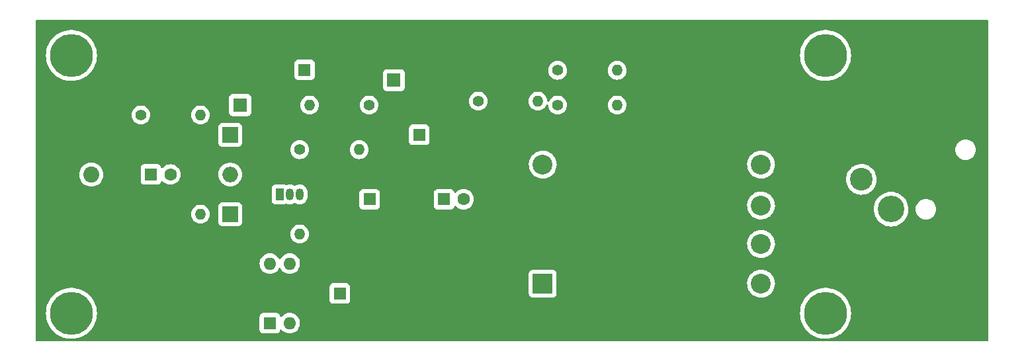
<source format=gbr>
%TF.GenerationSoftware,KiCad,Pcbnew,(6.0.4)*%
%TF.CreationDate,2022-04-22T11:51:34+02:00*%
%TF.ProjectId,ECM_Preamp,45434d5f-5072-4656-916d-702e6b696361,rev?*%
%TF.SameCoordinates,Original*%
%TF.FileFunction,Copper,L1,Top*%
%TF.FilePolarity,Positive*%
%FSLAX46Y46*%
G04 Gerber Fmt 4.6, Leading zero omitted, Abs format (unit mm)*
G04 Created by KiCad (PCBNEW (6.0.4)) date 2022-04-22 11:51:34*
%MOMM*%
%LPD*%
G01*
G04 APERTURE LIST*
%TA.AperFunction,ComponentPad*%
%ADD10C,1.400000*%
%TD*%
%TA.AperFunction,ComponentPad*%
%ADD11O,1.400000X1.400000*%
%TD*%
%TA.AperFunction,ComponentPad*%
%ADD12R,1.600000X1.600000*%
%TD*%
%TA.AperFunction,ComponentPad*%
%ADD13C,1.600000*%
%TD*%
%TA.AperFunction,ComponentPad*%
%ADD14R,1.800000X1.800000*%
%TD*%
%TA.AperFunction,ComponentPad*%
%ADD15O,1.800000X1.800000*%
%TD*%
%TA.AperFunction,ComponentPad*%
%ADD16C,5.500000*%
%TD*%
%TA.AperFunction,ComponentPad*%
%ADD17O,1.600000X1.600000*%
%TD*%
%TA.AperFunction,ComponentPad*%
%ADD18C,2.050000*%
%TD*%
%TA.AperFunction,ComponentPad*%
%ADD19C,2.250000*%
%TD*%
%TA.AperFunction,ComponentPad*%
%ADD20R,2.000000X2.000000*%
%TD*%
%TA.AperFunction,ComponentPad*%
%ADD21O,2.000000X2.000000*%
%TD*%
%TA.AperFunction,ComponentPad*%
%ADD22R,1.050000X1.500000*%
%TD*%
%TA.AperFunction,ComponentPad*%
%ADD23O,1.050000X1.500000*%
%TD*%
%TA.AperFunction,ComponentPad*%
%ADD24R,2.540000X2.540000*%
%TD*%
%TA.AperFunction,ComponentPad*%
%ADD25C,2.540000*%
%TD*%
%TA.AperFunction,ComponentPad*%
%ADD26C,3.400000*%
%TD*%
%TA.AperFunction,ComponentPad*%
%ADD27C,2.900000*%
%TD*%
G04 APERTURE END LIST*
D10*
%TO.P,R3,1*%
%TO.N,/V_SUP_A*%
X68580000Y-36830000D03*
D11*
%TO.P,R3,2*%
%TO.N,/V_SUP_B*%
X60960000Y-36830000D03*
%TD*%
D12*
%TO.P,C4,1*%
%TO.N,Net-(C4-Pad1)*%
X68644888Y-48895000D03*
D13*
%TO.P,C4,2*%
%TO.N,GND*%
X71144888Y-48895000D03*
%TD*%
D14*
%TO.P,D1,1,K*%
%TO.N,/V_SUP_B*%
X52070000Y-36830000D03*
D15*
%TO.P,D1,2,A*%
%TO.N,GND*%
X52070000Y-29210000D03*
%TD*%
D10*
%TO.P,R4,1*%
%TO.N,Net-(C5-Pad1)*%
X59690000Y-42545000D03*
D11*
%TO.P,R4,2*%
%TO.N,/V_SUP_A*%
X67310000Y-42545000D03*
%TD*%
D12*
%TO.P,C1,1*%
%TO.N,Net-(C1-Pad1)*%
X40640000Y-45720000D03*
D13*
%TO.P,C1,2*%
%TO.N,Net-(C1-Pad2)*%
X43140000Y-45720000D03*
%TD*%
D16*
%TO.P,REF\u002A\u002A,1*%
%TO.N,N/C*%
X127000000Y-30480000D03*
%TD*%
%TO.P,REF\u002A\u002A,1*%
%TO.N,N/C*%
X127000000Y-63500000D03*
%TD*%
D12*
%TO.P,SW1,1*%
%TO.N,Net-(C3-Pad1)*%
X55875000Y-64760000D03*
D17*
%TO.P,SW1,2*%
%TO.N,unconnected-(SW1-Pad2)*%
X58415000Y-64760000D03*
%TO.P,SW1,3*%
%TO.N,unconnected-(SW1-Pad3)*%
X58415000Y-57140000D03*
%TO.P,SW1,4*%
%TO.N,Net-(C4-Pad1)*%
X55875000Y-57140000D03*
%TD*%
D18*
%TO.P,J1,1,In*%
%TO.N,Net-(C1-Pad1)*%
X33020000Y-45720000D03*
D19*
%TO.P,J1,2,Ext*%
%TO.N,GND*%
X30480000Y-43180000D03*
X35560000Y-48260000D03*
X35560000Y-43180000D03*
X30480000Y-48260000D03*
%TD*%
D20*
%TO.P,D2,1,K*%
%TO.N,/V_SUP_A*%
X50800000Y-40640000D03*
D21*
%TO.P,D2,2,A*%
%TO.N,Net-(C1-Pad2)*%
X50800000Y-45720000D03*
%TD*%
D22*
%TO.P,Q1,1,G*%
%TO.N,Net-(C1-Pad2)*%
X57150000Y-48260000D03*
D23*
%TO.P,Q1,2,S*%
%TO.N,Net-(C4-Pad1)*%
X58420000Y-48260000D03*
%TO.P,Q1,3,D*%
%TO.N,Net-(C5-Pad1)*%
X59690000Y-48260000D03*
%TD*%
D12*
%TO.P,C5,1*%
%TO.N,Net-(C5-Pad1)*%
X78169888Y-48895000D03*
D13*
%TO.P,C5,2*%
%TO.N,Net-(C5-Pad2)*%
X80669888Y-48895000D03*
%TD*%
D10*
%TO.P,R1,1*%
%TO.N,Net-(C1-Pad1)*%
X39370000Y-38100000D03*
D11*
%TO.P,R1,2*%
%TO.N,/V_SUP_B*%
X46990000Y-38100000D03*
%TD*%
D10*
%TO.P,R7,1*%
%TO.N,/P48*%
X92710000Y-32385000D03*
D11*
%TO.P,R7,2*%
%TO.N,/MIC_A*%
X100330000Y-32385000D03*
%TD*%
D16*
%TO.P,REF\u002A\u002A,1*%
%TO.N,N/C*%
X30480000Y-63500000D03*
%TD*%
D12*
%TO.P,C6,1*%
%TO.N,/V_SUP_A*%
X74994887Y-40640000D03*
D13*
%TO.P,C6,2*%
%TO.N,GND*%
X77494887Y-40640000D03*
%TD*%
D12*
%TO.P,C2,1*%
%TO.N,/V_SUP_B*%
X60325000Y-32320112D03*
D13*
%TO.P,C2,2*%
%TO.N,GND*%
X60325000Y-29820112D03*
%TD*%
D16*
%TO.P,REF\u002A\u002A,1*%
%TO.N,N/C*%
X30480000Y-30480000D03*
%TD*%
D10*
%TO.P,R5,1*%
%TO.N,GND*%
X67310000Y-53340000D03*
D11*
%TO.P,R5,2*%
%TO.N,Net-(C4-Pad1)*%
X59690000Y-53340000D03*
%TD*%
D14*
%TO.P,D4,1,K*%
%TO.N,/V_SUP_A*%
X71755000Y-33655000D03*
D15*
%TO.P,D4,2,A*%
%TO.N,GND*%
X79375000Y-33655000D03*
%TD*%
D10*
%TO.P,R2,1*%
%TO.N,GND*%
X46990000Y-58420000D03*
D11*
%TO.P,R2,2*%
%TO.N,Net-(C1-Pad2)*%
X46990000Y-50800000D03*
%TD*%
D24*
%TO.P,TR1,1,1*%
%TO.N,Net-(C5-Pad2)*%
X90805000Y-59690000D03*
D25*
%TO.P,TR1,2,2*%
%TO.N,GND*%
X90805000Y-54610000D03*
%TO.P,TR1,3,3*%
X90805000Y-49530000D03*
%TO.P,TR1,4,4*%
%TO.N,Net-(C5-Pad2)*%
X90805000Y-44450000D03*
%TO.P,TR1,5,5*%
%TO.N,/MIC_A*%
X118745000Y-59690000D03*
%TO.P,TR1,6,6*%
%TO.N,/MIC_B*%
X118745000Y-54610000D03*
%TO.P,TR1,7,7*%
X118745000Y-49690000D03*
%TO.P,TR1,8,8*%
%TO.N,/MIC_A*%
X118745000Y-44450000D03*
%TO.P,TR1,9,SHLD*%
%TO.N,GND*%
X115805000Y-52190000D03*
%TD*%
D20*
%TO.P,D3,1,K*%
%TO.N,Net-(C1-Pad2)*%
X50800000Y-50800000D03*
D21*
%TO.P,D3,2,A*%
%TO.N,GND*%
X50800000Y-55880000D03*
%TD*%
D10*
%TO.P,R8,1*%
%TO.N,/P48*%
X92710000Y-36830000D03*
D11*
%TO.P,R8,2*%
%TO.N,/MIC_B*%
X100330000Y-36830000D03*
%TD*%
D12*
%TO.P,C3,1*%
%TO.N,Net-(C3-Pad1)*%
X64834888Y-60960000D03*
D13*
%TO.P,C3,2*%
%TO.N,GND*%
X67334888Y-60960000D03*
%TD*%
D10*
%TO.P,R6,1*%
%TO.N,/V_SUP_A*%
X82550000Y-36322000D03*
D11*
%TO.P,R6,2*%
%TO.N,/P48*%
X90170000Y-36322000D03*
%TD*%
D26*
%TO.P,J2,1*%
%TO.N,GND*%
X136035000Y-42545000D03*
%TO.P,J2,2*%
%TO.N,/MIC_A*%
X135400000Y-50165000D03*
D27*
%TO.P,J2,3*%
%TO.N,/MIC_B*%
X131585000Y-46355000D03*
%TD*%
%TA.AperFunction,Conductor*%
%TO.N,GND*%
G36*
X147769621Y-25928502D02*
G01*
X147816114Y-25982158D01*
X147827500Y-26034500D01*
X147827500Y-66929500D01*
X147807498Y-66997621D01*
X147753842Y-67044114D01*
X147701500Y-67055500D01*
X26034500Y-67055500D01*
X25966379Y-67035498D01*
X25919886Y-66981842D01*
X25908500Y-66929500D01*
X25908500Y-63488609D01*
X27216734Y-63488609D01*
X27234591Y-63841106D01*
X27235128Y-63844461D01*
X27235129Y-63844467D01*
X27254190Y-63963471D01*
X27290412Y-64189613D01*
X27383546Y-64530053D01*
X27512903Y-64858443D01*
X27514486Y-64861458D01*
X27675384Y-65167926D01*
X27675389Y-65167934D01*
X27676968Y-65170942D01*
X27678862Y-65173760D01*
X27678867Y-65173769D01*
X27838792Y-65411762D01*
X27873824Y-65463895D01*
X28101167Y-65733873D01*
X28103627Y-65736224D01*
X28103630Y-65736227D01*
X28353875Y-65975366D01*
X28353882Y-65975372D01*
X28356338Y-65977719D01*
X28636351Y-66192581D01*
X28639269Y-66194355D01*
X28935017Y-66374173D01*
X28935022Y-66374176D01*
X28937932Y-66375945D01*
X28941020Y-66377391D01*
X28941019Y-66377391D01*
X29254468Y-66524222D01*
X29254478Y-66524226D01*
X29257552Y-66525666D01*
X29260770Y-66526768D01*
X29260773Y-66526769D01*
X29588241Y-66638887D01*
X29588245Y-66638888D01*
X29591472Y-66639993D01*
X29594802Y-66640743D01*
X29594811Y-66640746D01*
X29838164Y-66695587D01*
X29935786Y-66717587D01*
X29939171Y-66717973D01*
X29939179Y-66717974D01*
X30283083Y-66757157D01*
X30283091Y-66757157D01*
X30286466Y-66757542D01*
X30289870Y-66757560D01*
X30289873Y-66757560D01*
X30481627Y-66758564D01*
X30639411Y-66759390D01*
X30642797Y-66759040D01*
X30642799Y-66759040D01*
X30987098Y-66723461D01*
X30987107Y-66723460D01*
X30990490Y-66723110D01*
X30993823Y-66722396D01*
X30993826Y-66722395D01*
X31163692Y-66685979D01*
X31335598Y-66649125D01*
X31670697Y-66538301D01*
X31991867Y-66391936D01*
X32085405Y-66336397D01*
X32292407Y-66213489D01*
X32292412Y-66213486D01*
X32295352Y-66211740D01*
X32320870Y-66192581D01*
X32574867Y-66001874D01*
X32577600Y-65999822D01*
X32835310Y-65758661D01*
X32964784Y-65608134D01*
X54566500Y-65608134D01*
X54573255Y-65670316D01*
X54624385Y-65806705D01*
X54711739Y-65923261D01*
X54828295Y-66010615D01*
X54964684Y-66061745D01*
X55026866Y-66068500D01*
X56723134Y-66068500D01*
X56785316Y-66061745D01*
X56921705Y-66010615D01*
X57038261Y-65923261D01*
X57125615Y-65806705D01*
X57176745Y-65670316D01*
X57177917Y-65659526D01*
X57178803Y-65657394D01*
X57179425Y-65654778D01*
X57179848Y-65654879D01*
X57205155Y-65593965D01*
X57263517Y-65553537D01*
X57334471Y-65551078D01*
X57395490Y-65587371D01*
X57402489Y-65596031D01*
X57405643Y-65599789D01*
X57408802Y-65604300D01*
X57570700Y-65766198D01*
X57575208Y-65769355D01*
X57575211Y-65769357D01*
X57616542Y-65798297D01*
X57758251Y-65897523D01*
X57763233Y-65899846D01*
X57763238Y-65899849D01*
X57960775Y-65991961D01*
X57965757Y-65994284D01*
X57971065Y-65995706D01*
X57971067Y-65995707D01*
X58181598Y-66052119D01*
X58181600Y-66052119D01*
X58186913Y-66053543D01*
X58415000Y-66073498D01*
X58643087Y-66053543D01*
X58648400Y-66052119D01*
X58648402Y-66052119D01*
X58858933Y-65995707D01*
X58858935Y-65995706D01*
X58864243Y-65994284D01*
X58869225Y-65991961D01*
X59066762Y-65899849D01*
X59066767Y-65899846D01*
X59071749Y-65897523D01*
X59213458Y-65798297D01*
X59254789Y-65769357D01*
X59254792Y-65769355D01*
X59259300Y-65766198D01*
X59421198Y-65604300D01*
X59552523Y-65416749D01*
X59554846Y-65411767D01*
X59554849Y-65411762D01*
X59646961Y-65214225D01*
X59646961Y-65214224D01*
X59649284Y-65209243D01*
X59708543Y-64988087D01*
X59728498Y-64760000D01*
X59708543Y-64531913D01*
X59649284Y-64310757D01*
X59609880Y-64226254D01*
X59554849Y-64108238D01*
X59554846Y-64108233D01*
X59552523Y-64103251D01*
X59421198Y-63915700D01*
X59259300Y-63753802D01*
X59254792Y-63750645D01*
X59254789Y-63750643D01*
X59176611Y-63695902D01*
X59071749Y-63622477D01*
X59066767Y-63620154D01*
X59066762Y-63620151D01*
X58869225Y-63528039D01*
X58869224Y-63528039D01*
X58864243Y-63525716D01*
X58858935Y-63524294D01*
X58858933Y-63524293D01*
X58725759Y-63488609D01*
X123736734Y-63488609D01*
X123754591Y-63841106D01*
X123755128Y-63844461D01*
X123755129Y-63844467D01*
X123774190Y-63963471D01*
X123810412Y-64189613D01*
X123903546Y-64530053D01*
X124032903Y-64858443D01*
X124034486Y-64861458D01*
X124195384Y-65167926D01*
X124195389Y-65167934D01*
X124196968Y-65170942D01*
X124198862Y-65173760D01*
X124198867Y-65173769D01*
X124358792Y-65411762D01*
X124393824Y-65463895D01*
X124621167Y-65733873D01*
X124623627Y-65736224D01*
X124623630Y-65736227D01*
X124873875Y-65975366D01*
X124873882Y-65975372D01*
X124876338Y-65977719D01*
X125156351Y-66192581D01*
X125159269Y-66194355D01*
X125455017Y-66374173D01*
X125455022Y-66374176D01*
X125457932Y-66375945D01*
X125461020Y-66377391D01*
X125461019Y-66377391D01*
X125774468Y-66524222D01*
X125774478Y-66524226D01*
X125777552Y-66525666D01*
X125780770Y-66526768D01*
X125780773Y-66526769D01*
X126108241Y-66638887D01*
X126108245Y-66638888D01*
X126111472Y-66639993D01*
X126114802Y-66640743D01*
X126114811Y-66640746D01*
X126358164Y-66695587D01*
X126455786Y-66717587D01*
X126459171Y-66717973D01*
X126459179Y-66717974D01*
X126803083Y-66757157D01*
X126803091Y-66757157D01*
X126806466Y-66757542D01*
X126809870Y-66757560D01*
X126809873Y-66757560D01*
X127001627Y-66758564D01*
X127159411Y-66759390D01*
X127162797Y-66759040D01*
X127162799Y-66759040D01*
X127507098Y-66723461D01*
X127507107Y-66723460D01*
X127510490Y-66723110D01*
X127513823Y-66722396D01*
X127513826Y-66722395D01*
X127683692Y-66685979D01*
X127855598Y-66649125D01*
X128190697Y-66538301D01*
X128511867Y-66391936D01*
X128605405Y-66336397D01*
X128812407Y-66213489D01*
X128812412Y-66213486D01*
X128815352Y-66211740D01*
X128840870Y-66192581D01*
X129094867Y-66001874D01*
X129097600Y-65999822D01*
X129355310Y-65758661D01*
X129585468Y-65491078D01*
X129785380Y-65200203D01*
X129786992Y-65197209D01*
X129786997Y-65197201D01*
X129951087Y-64892452D01*
X129952709Y-64889440D01*
X130085498Y-64562422D01*
X130093816Y-64533223D01*
X130133845Y-64392699D01*
X130182191Y-64222976D01*
X130188469Y-64186247D01*
X130241087Y-63878420D01*
X130241087Y-63878418D01*
X130241659Y-63875073D01*
X130242553Y-63860471D01*
X130263096Y-63524580D01*
X130263206Y-63522782D01*
X130263286Y-63500000D01*
X130244199Y-63147567D01*
X130187161Y-62799257D01*
X130092839Y-62459145D01*
X130089849Y-62451630D01*
X129963597Y-62134372D01*
X129962338Y-62131208D01*
X129797182Y-61819283D01*
X129792609Y-61812529D01*
X129601211Y-61529834D01*
X129601204Y-61529825D01*
X129599305Y-61527020D01*
X129597109Y-61524430D01*
X129597104Y-61524424D01*
X129429767Y-61327108D01*
X129371021Y-61257837D01*
X129115001Y-61014883D01*
X129112294Y-61012821D01*
X129112286Y-61012814D01*
X128916094Y-60863357D01*
X128834239Y-60801000D01*
X128532020Y-60618689D01*
X128528930Y-60617255D01*
X128528925Y-60617252D01*
X128355486Y-60536745D01*
X128211879Y-60470085D01*
X128208654Y-60468993D01*
X128208648Y-60468991D01*
X127880798Y-60358020D01*
X127880793Y-60358018D01*
X127877562Y-60356925D01*
X127863832Y-60353881D01*
X127794730Y-60338562D01*
X127532979Y-60280533D01*
X127408353Y-60266774D01*
X127185543Y-60242175D01*
X127185538Y-60242175D01*
X127182162Y-60241802D01*
X127178763Y-60241796D01*
X127178762Y-60241796D01*
X127012289Y-60241506D01*
X126829213Y-60241186D01*
X126698206Y-60255187D01*
X126481646Y-60278330D01*
X126481640Y-60278331D01*
X126478262Y-60278692D01*
X126133414Y-60353881D01*
X125798704Y-60465873D01*
X125478047Y-60613359D01*
X125175194Y-60794613D01*
X124893687Y-61007515D01*
X124636820Y-61249574D01*
X124634608Y-61252164D01*
X124634607Y-61252165D01*
X124455609Y-61461745D01*
X124407598Y-61517959D01*
X124208702Y-61809530D01*
X124042458Y-62120876D01*
X124041183Y-62124048D01*
X124041181Y-62124052D01*
X124037033Y-62134372D01*
X123910813Y-62448355D01*
X123815304Y-62788136D01*
X123814743Y-62791489D01*
X123814742Y-62791493D01*
X123757614Y-63132880D01*
X123757051Y-63136245D01*
X123736734Y-63488609D01*
X58725759Y-63488609D01*
X58648402Y-63467881D01*
X58648400Y-63467881D01*
X58643087Y-63466457D01*
X58415000Y-63446502D01*
X58186913Y-63466457D01*
X58181600Y-63467881D01*
X58181598Y-63467881D01*
X57971067Y-63524293D01*
X57971065Y-63524294D01*
X57965757Y-63525716D01*
X57960776Y-63528039D01*
X57960775Y-63528039D01*
X57763238Y-63620151D01*
X57763233Y-63620154D01*
X57758251Y-63622477D01*
X57653389Y-63695902D01*
X57575211Y-63750643D01*
X57575208Y-63750645D01*
X57570700Y-63753802D01*
X57408802Y-63915700D01*
X57405643Y-63920211D01*
X57402108Y-63924424D01*
X57400974Y-63923473D01*
X57350929Y-63963471D01*
X57280310Y-63970776D01*
X57216951Y-63938742D01*
X57180970Y-63877538D01*
X57177918Y-63860483D01*
X57176745Y-63849684D01*
X57125615Y-63713295D01*
X57038261Y-63596739D01*
X56921705Y-63509385D01*
X56785316Y-63458255D01*
X56723134Y-63451500D01*
X55026866Y-63451500D01*
X54964684Y-63458255D01*
X54828295Y-63509385D01*
X54711739Y-63596739D01*
X54624385Y-63713295D01*
X54573255Y-63849684D01*
X54566500Y-63911866D01*
X54566500Y-65608134D01*
X32964784Y-65608134D01*
X33065468Y-65491078D01*
X33265380Y-65200203D01*
X33266992Y-65197209D01*
X33266997Y-65197201D01*
X33431087Y-64892452D01*
X33432709Y-64889440D01*
X33565498Y-64562422D01*
X33573816Y-64533223D01*
X33613844Y-64392699D01*
X33662191Y-64222976D01*
X33668469Y-64186247D01*
X33721087Y-63878420D01*
X33721087Y-63878418D01*
X33721659Y-63875073D01*
X33722553Y-63860471D01*
X33743096Y-63524580D01*
X33743206Y-63522782D01*
X33743286Y-63500000D01*
X33724199Y-63147567D01*
X33667161Y-62799257D01*
X33572839Y-62459145D01*
X33569849Y-62451630D01*
X33443597Y-62134372D01*
X33442338Y-62131208D01*
X33277182Y-61819283D01*
X33272609Y-61812529D01*
X33269633Y-61808134D01*
X63526388Y-61808134D01*
X63533143Y-61870316D01*
X63584273Y-62006705D01*
X63671627Y-62123261D01*
X63788183Y-62210615D01*
X63924572Y-62261745D01*
X63986754Y-62268500D01*
X65683022Y-62268500D01*
X65745204Y-62261745D01*
X65881593Y-62210615D01*
X65998149Y-62123261D01*
X66085503Y-62006705D01*
X66136633Y-61870316D01*
X66143388Y-61808134D01*
X66143388Y-61008134D01*
X89026500Y-61008134D01*
X89033255Y-61070316D01*
X89084385Y-61206705D01*
X89171739Y-61323261D01*
X89288295Y-61410615D01*
X89424684Y-61461745D01*
X89486866Y-61468500D01*
X92123134Y-61468500D01*
X92185316Y-61461745D01*
X92321705Y-61410615D01*
X92438261Y-61323261D01*
X92525615Y-61206705D01*
X92576745Y-61070316D01*
X92583500Y-61008134D01*
X92583500Y-59643314D01*
X116962124Y-59643314D01*
X116962348Y-59647980D01*
X116962348Y-59647985D01*
X116964518Y-59693160D01*
X116974807Y-59907352D01*
X116977662Y-59921703D01*
X117015488Y-60111866D01*
X117026378Y-60166616D01*
X117027957Y-60171014D01*
X117027959Y-60171021D01*
X117093352Y-60353154D01*
X117115704Y-60415410D01*
X117117921Y-60419536D01*
X117221298Y-60611930D01*
X117240822Y-60648267D01*
X117243617Y-60652011D01*
X117243619Y-60652013D01*
X117354873Y-60801000D01*
X117398985Y-60860073D01*
X117402292Y-60863351D01*
X117402297Y-60863357D01*
X117557522Y-61017232D01*
X117586718Y-61046174D01*
X117799896Y-61202483D01*
X117804031Y-61204659D01*
X117804035Y-61204661D01*
X117884959Y-61247237D01*
X118033836Y-61325565D01*
X118173891Y-61374474D01*
X118277384Y-61410615D01*
X118283400Y-61412716D01*
X118287993Y-61413588D01*
X118538515Y-61461151D01*
X118538518Y-61461151D01*
X118543104Y-61462022D01*
X118675174Y-61467212D01*
X118802575Y-61472218D01*
X118802581Y-61472218D01*
X118807243Y-61472401D01*
X119070015Y-61443622D01*
X119074526Y-61442434D01*
X119074528Y-61442434D01*
X119321124Y-61377511D01*
X119321126Y-61377510D01*
X119325647Y-61376320D01*
X119329944Y-61374474D01*
X119564229Y-61273817D01*
X119564231Y-61273816D01*
X119568523Y-61271972D01*
X119793307Y-61132871D01*
X119858460Y-61077715D01*
X119991496Y-60965093D01*
X119991498Y-60965091D01*
X119995063Y-60962073D01*
X120169356Y-60763329D01*
X120243367Y-60648267D01*
X120309831Y-60544936D01*
X120312359Y-60541006D01*
X120420930Y-60299988D01*
X120492683Y-60045570D01*
X120523425Y-59803919D01*
X120525645Y-59786471D01*
X120525645Y-59786465D01*
X120526043Y-59783340D01*
X120528487Y-59690000D01*
X120508897Y-59426384D01*
X120450557Y-59168559D01*
X120435028Y-59128626D01*
X120356442Y-58926542D01*
X120356441Y-58926540D01*
X120354749Y-58922189D01*
X120328535Y-58876323D01*
X120225897Y-58696745D01*
X120223578Y-58692687D01*
X120059925Y-58485094D01*
X119867385Y-58303970D01*
X119829262Y-58277523D01*
X119654026Y-58155958D01*
X119654021Y-58155955D01*
X119650188Y-58153296D01*
X119635795Y-58146198D01*
X119417294Y-58038445D01*
X119417291Y-58038444D01*
X119413106Y-58036380D01*
X119356150Y-58018148D01*
X119203814Y-57969385D01*
X119161347Y-57955791D01*
X119018825Y-57932580D01*
X118905053Y-57914051D01*
X118905052Y-57914051D01*
X118900441Y-57913300D01*
X118768281Y-57911570D01*
X118640798Y-57909901D01*
X118640795Y-57909901D01*
X118636121Y-57909840D01*
X118374192Y-57945486D01*
X118369702Y-57946795D01*
X118369696Y-57946796D01*
X118273720Y-57974771D01*
X118120410Y-58019457D01*
X118116163Y-58021415D01*
X118116160Y-58021416D01*
X118051211Y-58051358D01*
X117880348Y-58130127D01*
X117876439Y-58132690D01*
X117663195Y-58272499D01*
X117663190Y-58272503D01*
X117659282Y-58275065D01*
X117655790Y-58278182D01*
X117481186Y-58434022D01*
X117462067Y-58451086D01*
X117293036Y-58654324D01*
X117155901Y-58880314D01*
X117053677Y-59124091D01*
X117052526Y-59128623D01*
X117052525Y-59128626D01*
X117041226Y-59173116D01*
X116988608Y-59380301D01*
X116962124Y-59643314D01*
X92583500Y-59643314D01*
X92583500Y-58371866D01*
X92576745Y-58309684D01*
X92525615Y-58173295D01*
X92438261Y-58056739D01*
X92321705Y-57969385D01*
X92185316Y-57918255D01*
X92123134Y-57911500D01*
X89486866Y-57911500D01*
X89424684Y-57918255D01*
X89288295Y-57969385D01*
X89171739Y-58056739D01*
X89084385Y-58173295D01*
X89033255Y-58309684D01*
X89026500Y-58371866D01*
X89026500Y-61008134D01*
X66143388Y-61008134D01*
X66143388Y-60111866D01*
X66136633Y-60049684D01*
X66085503Y-59913295D01*
X65998149Y-59796739D01*
X65881593Y-59709385D01*
X65745204Y-59658255D01*
X65683022Y-59651500D01*
X63986754Y-59651500D01*
X63924572Y-59658255D01*
X63788183Y-59709385D01*
X63671627Y-59796739D01*
X63584273Y-59913295D01*
X63533143Y-60049684D01*
X63526388Y-60111866D01*
X63526388Y-61808134D01*
X33269633Y-61808134D01*
X33081211Y-61529834D01*
X33081204Y-61529825D01*
X33079305Y-61527020D01*
X33077109Y-61524430D01*
X33077104Y-61524424D01*
X32909767Y-61327108D01*
X32851021Y-61257837D01*
X32595001Y-61014883D01*
X32592294Y-61012821D01*
X32592286Y-61012814D01*
X32396094Y-60863357D01*
X32314239Y-60801000D01*
X32012020Y-60618689D01*
X32008930Y-60617255D01*
X32008925Y-60617252D01*
X31835486Y-60536745D01*
X31691879Y-60470085D01*
X31688654Y-60468993D01*
X31688648Y-60468991D01*
X31360798Y-60358020D01*
X31360793Y-60358018D01*
X31357562Y-60356925D01*
X31343832Y-60353881D01*
X31274730Y-60338562D01*
X31012979Y-60280533D01*
X30888353Y-60266774D01*
X30665543Y-60242175D01*
X30665538Y-60242175D01*
X30662162Y-60241802D01*
X30658763Y-60241796D01*
X30658762Y-60241796D01*
X30492289Y-60241506D01*
X30309213Y-60241186D01*
X30178206Y-60255187D01*
X29961646Y-60278330D01*
X29961640Y-60278331D01*
X29958262Y-60278692D01*
X29613414Y-60353881D01*
X29278704Y-60465873D01*
X28958047Y-60613359D01*
X28655194Y-60794613D01*
X28373687Y-61007515D01*
X28116820Y-61249574D01*
X28114608Y-61252164D01*
X28114607Y-61252165D01*
X27935609Y-61461745D01*
X27887598Y-61517959D01*
X27688702Y-61809530D01*
X27522458Y-62120876D01*
X27521183Y-62124048D01*
X27521181Y-62124052D01*
X27517033Y-62134372D01*
X27390813Y-62448355D01*
X27295304Y-62788136D01*
X27294743Y-62791489D01*
X27294742Y-62791493D01*
X27237614Y-63132880D01*
X27237051Y-63136245D01*
X27216734Y-63488609D01*
X25908500Y-63488609D01*
X25908500Y-57140000D01*
X54561502Y-57140000D01*
X54581457Y-57368087D01*
X54640716Y-57589243D01*
X54643039Y-57594224D01*
X54643039Y-57594225D01*
X54735151Y-57791762D01*
X54735154Y-57791767D01*
X54737477Y-57796749D01*
X54740634Y-57801257D01*
X54862130Y-57974771D01*
X54868802Y-57984300D01*
X55030700Y-58146198D01*
X55035208Y-58149355D01*
X55035211Y-58149357D01*
X55069398Y-58173295D01*
X55218251Y-58277523D01*
X55223233Y-58279846D01*
X55223238Y-58279849D01*
X55420775Y-58371961D01*
X55425757Y-58374284D01*
X55431065Y-58375706D01*
X55431067Y-58375707D01*
X55641598Y-58432119D01*
X55641600Y-58432119D01*
X55646913Y-58433543D01*
X55875000Y-58453498D01*
X56103087Y-58433543D01*
X56108400Y-58432119D01*
X56108402Y-58432119D01*
X56318933Y-58375707D01*
X56318935Y-58375706D01*
X56324243Y-58374284D01*
X56329225Y-58371961D01*
X56526762Y-58279849D01*
X56526767Y-58279846D01*
X56531749Y-58277523D01*
X56680602Y-58173295D01*
X56714789Y-58149357D01*
X56714792Y-58149355D01*
X56719300Y-58146198D01*
X56881198Y-57984300D01*
X56887871Y-57974771D01*
X57009366Y-57801257D01*
X57012523Y-57796749D01*
X57014846Y-57791767D01*
X57014849Y-57791762D01*
X57030805Y-57757543D01*
X57077722Y-57704258D01*
X57145999Y-57684797D01*
X57213959Y-57705339D01*
X57259195Y-57757543D01*
X57275151Y-57791762D01*
X57275154Y-57791767D01*
X57277477Y-57796749D01*
X57280634Y-57801257D01*
X57402130Y-57974771D01*
X57408802Y-57984300D01*
X57570700Y-58146198D01*
X57575208Y-58149355D01*
X57575211Y-58149357D01*
X57609398Y-58173295D01*
X57758251Y-58277523D01*
X57763233Y-58279846D01*
X57763238Y-58279849D01*
X57960775Y-58371961D01*
X57965757Y-58374284D01*
X57971065Y-58375706D01*
X57971067Y-58375707D01*
X58181598Y-58432119D01*
X58181600Y-58432119D01*
X58186913Y-58433543D01*
X58415000Y-58453498D01*
X58643087Y-58433543D01*
X58648400Y-58432119D01*
X58648402Y-58432119D01*
X58858933Y-58375707D01*
X58858935Y-58375706D01*
X58864243Y-58374284D01*
X58869225Y-58371961D01*
X59066762Y-58279849D01*
X59066767Y-58279846D01*
X59071749Y-58277523D01*
X59220602Y-58173295D01*
X59254789Y-58149357D01*
X59254792Y-58149355D01*
X59259300Y-58146198D01*
X59421198Y-57984300D01*
X59427871Y-57974771D01*
X59549366Y-57801257D01*
X59552523Y-57796749D01*
X59554846Y-57791767D01*
X59554849Y-57791762D01*
X59646961Y-57594225D01*
X59646961Y-57594224D01*
X59649284Y-57589243D01*
X59708543Y-57368087D01*
X59728498Y-57140000D01*
X59708543Y-56911913D01*
X59649284Y-56690757D01*
X59570805Y-56522457D01*
X59554849Y-56488238D01*
X59554846Y-56488233D01*
X59552523Y-56483251D01*
X59421198Y-56295700D01*
X59259300Y-56133802D01*
X59254792Y-56130645D01*
X59254789Y-56130643D01*
X59139409Y-56049853D01*
X59071749Y-56002477D01*
X59066767Y-56000154D01*
X59066762Y-56000151D01*
X58869225Y-55908039D01*
X58869224Y-55908039D01*
X58864243Y-55905716D01*
X58858935Y-55904294D01*
X58858933Y-55904293D01*
X58648402Y-55847881D01*
X58648400Y-55847881D01*
X58643087Y-55846457D01*
X58415000Y-55826502D01*
X58186913Y-55846457D01*
X58181600Y-55847881D01*
X58181598Y-55847881D01*
X57971067Y-55904293D01*
X57971065Y-55904294D01*
X57965757Y-55905716D01*
X57960776Y-55908039D01*
X57960775Y-55908039D01*
X57763238Y-56000151D01*
X57763233Y-56000154D01*
X57758251Y-56002477D01*
X57690591Y-56049853D01*
X57575211Y-56130643D01*
X57575208Y-56130645D01*
X57570700Y-56133802D01*
X57408802Y-56295700D01*
X57277477Y-56483251D01*
X57275154Y-56488233D01*
X57275151Y-56488238D01*
X57259195Y-56522457D01*
X57212278Y-56575742D01*
X57144001Y-56595203D01*
X57076041Y-56574661D01*
X57030805Y-56522457D01*
X57014849Y-56488238D01*
X57014846Y-56488233D01*
X57012523Y-56483251D01*
X56881198Y-56295700D01*
X56719300Y-56133802D01*
X56714792Y-56130645D01*
X56714789Y-56130643D01*
X56599409Y-56049853D01*
X56531749Y-56002477D01*
X56526767Y-56000154D01*
X56526762Y-56000151D01*
X56329225Y-55908039D01*
X56329224Y-55908039D01*
X56324243Y-55905716D01*
X56318935Y-55904294D01*
X56318933Y-55904293D01*
X56108402Y-55847881D01*
X56108400Y-55847881D01*
X56103087Y-55846457D01*
X55875000Y-55826502D01*
X55646913Y-55846457D01*
X55641600Y-55847881D01*
X55641598Y-55847881D01*
X55431067Y-55904293D01*
X55431065Y-55904294D01*
X55425757Y-55905716D01*
X55420776Y-55908039D01*
X55420775Y-55908039D01*
X55223238Y-56000151D01*
X55223233Y-56000154D01*
X55218251Y-56002477D01*
X55150591Y-56049853D01*
X55035211Y-56130643D01*
X55035208Y-56130645D01*
X55030700Y-56133802D01*
X54868802Y-56295700D01*
X54737477Y-56483251D01*
X54735154Y-56488233D01*
X54735151Y-56488238D01*
X54719195Y-56522457D01*
X54640716Y-56690757D01*
X54581457Y-56911913D01*
X54561502Y-57140000D01*
X25908500Y-57140000D01*
X25908500Y-54563314D01*
X116962124Y-54563314D01*
X116962348Y-54567980D01*
X116962348Y-54567985D01*
X116964518Y-54613160D01*
X116974807Y-54827352D01*
X117026378Y-55086616D01*
X117027957Y-55091014D01*
X117027959Y-55091021D01*
X117114121Y-55331001D01*
X117115704Y-55335410D01*
X117117921Y-55339536D01*
X117185301Y-55464936D01*
X117240822Y-55568267D01*
X117243617Y-55572011D01*
X117243619Y-55572013D01*
X117326743Y-55683329D01*
X117398985Y-55780073D01*
X117402292Y-55783351D01*
X117402297Y-55783357D01*
X117528073Y-55908039D01*
X117586718Y-55966174D01*
X117590485Y-55968936D01*
X117590486Y-55968937D01*
X117700841Y-56049853D01*
X117799896Y-56122483D01*
X117804031Y-56124659D01*
X117804035Y-56124661D01*
X117927293Y-56189510D01*
X118033836Y-56245565D01*
X118283400Y-56332716D01*
X118287993Y-56333588D01*
X118538515Y-56381151D01*
X118538518Y-56381151D01*
X118543104Y-56382022D01*
X118675173Y-56387211D01*
X118802575Y-56392218D01*
X118802581Y-56392218D01*
X118807243Y-56392401D01*
X119070015Y-56363622D01*
X119074526Y-56362434D01*
X119074528Y-56362434D01*
X119321124Y-56297511D01*
X119321126Y-56297510D01*
X119325647Y-56296320D01*
X119440191Y-56247108D01*
X119564229Y-56193817D01*
X119564231Y-56193816D01*
X119568523Y-56191972D01*
X119793307Y-56052871D01*
X119855583Y-56000151D01*
X119991496Y-55885093D01*
X119991498Y-55885091D01*
X119995063Y-55882073D01*
X120169356Y-55683329D01*
X120243367Y-55568267D01*
X120309831Y-55464936D01*
X120312359Y-55461006D01*
X120420930Y-55219988D01*
X120492683Y-54965570D01*
X120526043Y-54703340D01*
X120528487Y-54610000D01*
X120518823Y-54479956D01*
X120509243Y-54351036D01*
X120509242Y-54351032D01*
X120508897Y-54346384D01*
X120450557Y-54088559D01*
X120435028Y-54048626D01*
X120356442Y-53846542D01*
X120356441Y-53846540D01*
X120354749Y-53842189D01*
X120328535Y-53796323D01*
X120225897Y-53616745D01*
X120223578Y-53612687D01*
X120059925Y-53405094D01*
X119867385Y-53223970D01*
X119830212Y-53198182D01*
X119654026Y-53075958D01*
X119654021Y-53075955D01*
X119650188Y-53073296D01*
X119645997Y-53071229D01*
X119417294Y-52958445D01*
X119417291Y-52958444D01*
X119413106Y-52956380D01*
X119356150Y-52938148D01*
X119165792Y-52877214D01*
X119165794Y-52877214D01*
X119161347Y-52875791D01*
X119018825Y-52852580D01*
X118905053Y-52834051D01*
X118905052Y-52834051D01*
X118900441Y-52833300D01*
X118768281Y-52831570D01*
X118640798Y-52829901D01*
X118640795Y-52829901D01*
X118636121Y-52829840D01*
X118374192Y-52865486D01*
X118369702Y-52866795D01*
X118369696Y-52866796D01*
X118261732Y-52898265D01*
X118120410Y-52939457D01*
X118116163Y-52941415D01*
X118116160Y-52941416D01*
X118025950Y-52983004D01*
X117880348Y-53050127D01*
X117876439Y-53052690D01*
X117663195Y-53192499D01*
X117663190Y-53192503D01*
X117659282Y-53195065D01*
X117655790Y-53198182D01*
X117490762Y-53345475D01*
X117462067Y-53371086D01*
X117293036Y-53574324D01*
X117155901Y-53800314D01*
X117154095Y-53804622D01*
X117154094Y-53804623D01*
X117096665Y-53941577D01*
X117053677Y-54044091D01*
X117052526Y-54048623D01*
X117052525Y-54048626D01*
X117041226Y-54093116D01*
X116988608Y-54300301D01*
X116962124Y-54563314D01*
X25908500Y-54563314D01*
X25908500Y-53340000D01*
X58476884Y-53340000D01*
X58495314Y-53550655D01*
X58496738Y-53555968D01*
X58496738Y-53555970D01*
X58510953Y-53609019D01*
X58550044Y-53754910D01*
X58552366Y-53759891D01*
X58552367Y-53759892D01*
X58588852Y-53838133D01*
X58639411Y-53946558D01*
X58760699Y-54119776D01*
X58910224Y-54269301D01*
X59083442Y-54390589D01*
X59088420Y-54392910D01*
X59088423Y-54392912D01*
X59270108Y-54477633D01*
X59275090Y-54479956D01*
X59280398Y-54481378D01*
X59280400Y-54481379D01*
X59474030Y-54533262D01*
X59474032Y-54533262D01*
X59479345Y-54534686D01*
X59690000Y-54553116D01*
X59900655Y-54534686D01*
X59905968Y-54533262D01*
X59905970Y-54533262D01*
X60099600Y-54481379D01*
X60099602Y-54481378D01*
X60104910Y-54479956D01*
X60109892Y-54477633D01*
X60291577Y-54392912D01*
X60291580Y-54392910D01*
X60296558Y-54390589D01*
X60469776Y-54269301D01*
X60619301Y-54119776D01*
X60740589Y-53946558D01*
X60791149Y-53838133D01*
X60827633Y-53759892D01*
X60827634Y-53759891D01*
X60829956Y-53754910D01*
X60869048Y-53609019D01*
X60883262Y-53555970D01*
X60883262Y-53555968D01*
X60884686Y-53550655D01*
X60903116Y-53340000D01*
X60884686Y-53129345D01*
X60869114Y-53071229D01*
X60831379Y-52930400D01*
X60831378Y-52930398D01*
X60829956Y-52925090D01*
X60807631Y-52877214D01*
X60742912Y-52738423D01*
X60742910Y-52738420D01*
X60740589Y-52733442D01*
X60619301Y-52560224D01*
X60469776Y-52410699D01*
X60296558Y-52289411D01*
X60291580Y-52287090D01*
X60291577Y-52287088D01*
X60109892Y-52202367D01*
X60109891Y-52202366D01*
X60104910Y-52200044D01*
X60099602Y-52198622D01*
X60099600Y-52198621D01*
X59905970Y-52146738D01*
X59905968Y-52146738D01*
X59900655Y-52145314D01*
X59690000Y-52126884D01*
X59479345Y-52145314D01*
X59474032Y-52146738D01*
X59474030Y-52146738D01*
X59280400Y-52198621D01*
X59280398Y-52198622D01*
X59275090Y-52200044D01*
X59270109Y-52202366D01*
X59270108Y-52202367D01*
X59088423Y-52287088D01*
X59088420Y-52287090D01*
X59083442Y-52289411D01*
X58910224Y-52410699D01*
X58760699Y-52560224D01*
X58639411Y-52733442D01*
X58637090Y-52738420D01*
X58637088Y-52738423D01*
X58572369Y-52877214D01*
X58550044Y-52925090D01*
X58548622Y-52930398D01*
X58548621Y-52930400D01*
X58510886Y-53071229D01*
X58495314Y-53129345D01*
X58476884Y-53340000D01*
X25908500Y-53340000D01*
X25908500Y-50800000D01*
X45776884Y-50800000D01*
X45795314Y-51010655D01*
X45796738Y-51015968D01*
X45796738Y-51015970D01*
X45805572Y-51048937D01*
X45850044Y-51214910D01*
X45852366Y-51219891D01*
X45852367Y-51219892D01*
X45936683Y-51400707D01*
X45939411Y-51406558D01*
X46060699Y-51579776D01*
X46210224Y-51729301D01*
X46383442Y-51850589D01*
X46388420Y-51852910D01*
X46388423Y-51852912D01*
X46570108Y-51937633D01*
X46575090Y-51939956D01*
X46580398Y-51941378D01*
X46580400Y-51941379D01*
X46774030Y-51993262D01*
X46774032Y-51993262D01*
X46779345Y-51994686D01*
X46990000Y-52013116D01*
X47200655Y-51994686D01*
X47205968Y-51993262D01*
X47205970Y-51993262D01*
X47399600Y-51941379D01*
X47399602Y-51941378D01*
X47404910Y-51939956D01*
X47409892Y-51937633D01*
X47591577Y-51852912D01*
X47591580Y-51852910D01*
X47596558Y-51850589D01*
X47600064Y-51848134D01*
X49291500Y-51848134D01*
X49298255Y-51910316D01*
X49349385Y-52046705D01*
X49436739Y-52163261D01*
X49553295Y-52250615D01*
X49689684Y-52301745D01*
X49751866Y-52308500D01*
X51848134Y-52308500D01*
X51910316Y-52301745D01*
X52046705Y-52250615D01*
X52163261Y-52163261D01*
X52250615Y-52046705D01*
X52301745Y-51910316D01*
X52308500Y-51848134D01*
X52308500Y-49751866D01*
X52307551Y-49743134D01*
X67336388Y-49743134D01*
X67343143Y-49805316D01*
X67394273Y-49941705D01*
X67481627Y-50058261D01*
X67598183Y-50145615D01*
X67734572Y-50196745D01*
X67796754Y-50203500D01*
X69493022Y-50203500D01*
X69555204Y-50196745D01*
X69691593Y-50145615D01*
X69808149Y-50058261D01*
X69895503Y-49941705D01*
X69946633Y-49805316D01*
X69953388Y-49743134D01*
X76861388Y-49743134D01*
X76868143Y-49805316D01*
X76919273Y-49941705D01*
X77006627Y-50058261D01*
X77123183Y-50145615D01*
X77259572Y-50196745D01*
X77321754Y-50203500D01*
X79018022Y-50203500D01*
X79080204Y-50196745D01*
X79216593Y-50145615D01*
X79333149Y-50058261D01*
X79420503Y-49941705D01*
X79471633Y-49805316D01*
X79473579Y-49806046D01*
X79503433Y-49753795D01*
X79566391Y-49720979D01*
X79637095Y-49727409D01*
X79679888Y-49755498D01*
X79825588Y-49901198D01*
X79830096Y-49904355D01*
X79830099Y-49904357D01*
X79871430Y-49933297D01*
X80013139Y-50032523D01*
X80018121Y-50034846D01*
X80018126Y-50034849D01*
X80215663Y-50126961D01*
X80220645Y-50129284D01*
X80225953Y-50130706D01*
X80225955Y-50130707D01*
X80436486Y-50187119D01*
X80436488Y-50187119D01*
X80441801Y-50188543D01*
X80669888Y-50208498D01*
X80897975Y-50188543D01*
X80903288Y-50187119D01*
X80903290Y-50187119D01*
X81113821Y-50130707D01*
X81113823Y-50130706D01*
X81119131Y-50129284D01*
X81124113Y-50126961D01*
X81321650Y-50034849D01*
X81321655Y-50034846D01*
X81326637Y-50032523D01*
X81468346Y-49933297D01*
X81509677Y-49904357D01*
X81509680Y-49904355D01*
X81514188Y-49901198D01*
X81676086Y-49739300D01*
X81684413Y-49727409D01*
X81743296Y-49643314D01*
X116962124Y-49643314D01*
X116962348Y-49647980D01*
X116962348Y-49647985D01*
X116965859Y-49721067D01*
X116974807Y-49907352D01*
X116981777Y-49942393D01*
X117024968Y-50159525D01*
X117026378Y-50166616D01*
X117027957Y-50171014D01*
X117027959Y-50171021D01*
X117114121Y-50411001D01*
X117115704Y-50415410D01*
X117117921Y-50419536D01*
X117185301Y-50544936D01*
X117240822Y-50648267D01*
X117243617Y-50652011D01*
X117243619Y-50652013D01*
X117326743Y-50763329D01*
X117398985Y-50860073D01*
X117402292Y-50863351D01*
X117402297Y-50863357D01*
X117552214Y-51011970D01*
X117586718Y-51046174D01*
X117799896Y-51202483D01*
X117804031Y-51204659D01*
X117804035Y-51204661D01*
X117924252Y-51267910D01*
X118033836Y-51325565D01*
X118038255Y-51327108D01*
X118251503Y-51401577D01*
X118283400Y-51412716D01*
X118287993Y-51413588D01*
X118538515Y-51461151D01*
X118538518Y-51461151D01*
X118543104Y-51462022D01*
X118675173Y-51467211D01*
X118802575Y-51472218D01*
X118802581Y-51472218D01*
X118807243Y-51472401D01*
X119070015Y-51443622D01*
X119074526Y-51442434D01*
X119074528Y-51442434D01*
X119321124Y-51377511D01*
X119321126Y-51377510D01*
X119325647Y-51376320D01*
X119440191Y-51327108D01*
X119564229Y-51273817D01*
X119564231Y-51273816D01*
X119568523Y-51271972D01*
X119726267Y-51174357D01*
X119789332Y-51135331D01*
X119789334Y-51135330D01*
X119793307Y-51132871D01*
X119809788Y-51118919D01*
X119991496Y-50965093D01*
X119991498Y-50965091D01*
X119995063Y-50962073D01*
X120169356Y-50763329D01*
X120243367Y-50648267D01*
X120309831Y-50544936D01*
X120312359Y-50541006D01*
X120420930Y-50299988D01*
X120459000Y-50165000D01*
X133186761Y-50165000D01*
X133187031Y-50169119D01*
X133203445Y-50419536D01*
X133205696Y-50453886D01*
X133206500Y-50457926D01*
X133206500Y-50457929D01*
X133245106Y-50652013D01*
X133262175Y-50737828D01*
X133263501Y-50741734D01*
X133263502Y-50741738D01*
X133337103Y-50958557D01*
X133355234Y-51011970D01*
X133357055Y-51015663D01*
X133357056Y-51015665D01*
X133373464Y-51048937D01*
X133483279Y-51271619D01*
X133644119Y-51512335D01*
X133646831Y-51515427D01*
X133646836Y-51515434D01*
X133706679Y-51583671D01*
X133835004Y-51729996D01*
X133838093Y-51732705D01*
X134049565Y-51918163D01*
X134049571Y-51918168D01*
X134052665Y-51920881D01*
X134293380Y-52081721D01*
X134297079Y-52083545D01*
X134297084Y-52083548D01*
X134538026Y-52202367D01*
X134553030Y-52209766D01*
X134556928Y-52211089D01*
X134556930Y-52211090D01*
X134823262Y-52301498D01*
X134823266Y-52301499D01*
X134827172Y-52302825D01*
X134831216Y-52303629D01*
X134831222Y-52303631D01*
X135107071Y-52358500D01*
X135107074Y-52358500D01*
X135111114Y-52359304D01*
X135115225Y-52359573D01*
X135115229Y-52359574D01*
X135395881Y-52377969D01*
X135400000Y-52378239D01*
X135404119Y-52377969D01*
X135684771Y-52359574D01*
X135684775Y-52359573D01*
X135688886Y-52359304D01*
X135692926Y-52358500D01*
X135692929Y-52358500D01*
X135968778Y-52303631D01*
X135968784Y-52303629D01*
X135972828Y-52302825D01*
X135976734Y-52301499D01*
X135976738Y-52301498D01*
X136243070Y-52211090D01*
X136243072Y-52211089D01*
X136246970Y-52209766D01*
X136261974Y-52202367D01*
X136502916Y-52083548D01*
X136502921Y-52083545D01*
X136506620Y-52081721D01*
X136747335Y-51920881D01*
X136750429Y-51918168D01*
X136750435Y-51918163D01*
X136961907Y-51732705D01*
X136964996Y-51729996D01*
X137093321Y-51583671D01*
X137153164Y-51515434D01*
X137153169Y-51515427D01*
X137155881Y-51512335D01*
X137316721Y-51271619D01*
X137426536Y-51048937D01*
X137442944Y-51015665D01*
X137442945Y-51015663D01*
X137444766Y-51011970D01*
X137462897Y-50958557D01*
X137536498Y-50741738D01*
X137536499Y-50741734D01*
X137537825Y-50737828D01*
X137554895Y-50652013D01*
X137593500Y-50457929D01*
X137593500Y-50457926D01*
X137594304Y-50453886D01*
X137596556Y-50419536D01*
X137612969Y-50169119D01*
X137613239Y-50165000D01*
X138531502Y-50165000D01*
X138551457Y-50393087D01*
X138552881Y-50398400D01*
X138552881Y-50398402D01*
X138604045Y-50589345D01*
X138610716Y-50614243D01*
X138613039Y-50619224D01*
X138613039Y-50619225D01*
X138705151Y-50816762D01*
X138705154Y-50816767D01*
X138707477Y-50821749D01*
X138838802Y-51009300D01*
X139000700Y-51171198D01*
X139005208Y-51174355D01*
X139005211Y-51174357D01*
X139063127Y-51214910D01*
X139188251Y-51302523D01*
X139193233Y-51304846D01*
X139193238Y-51304849D01*
X139342551Y-51374474D01*
X139395757Y-51399284D01*
X139401065Y-51400706D01*
X139401067Y-51400707D01*
X139611598Y-51457119D01*
X139611600Y-51457119D01*
X139616913Y-51458543D01*
X139716480Y-51467254D01*
X139785149Y-51473262D01*
X139785156Y-51473262D01*
X139787873Y-51473500D01*
X139902127Y-51473500D01*
X139904844Y-51473262D01*
X139904851Y-51473262D01*
X139973520Y-51467254D01*
X140073087Y-51458543D01*
X140078400Y-51457119D01*
X140078402Y-51457119D01*
X140288933Y-51400707D01*
X140288935Y-51400706D01*
X140294243Y-51399284D01*
X140347449Y-51374474D01*
X140496762Y-51304849D01*
X140496767Y-51304846D01*
X140501749Y-51302523D01*
X140626873Y-51214910D01*
X140684789Y-51174357D01*
X140684792Y-51174355D01*
X140689300Y-51171198D01*
X140851198Y-51009300D01*
X140982523Y-50821749D01*
X140984846Y-50816767D01*
X140984849Y-50816762D01*
X141076961Y-50619225D01*
X141076961Y-50619224D01*
X141079284Y-50614243D01*
X141085956Y-50589345D01*
X141137119Y-50398402D01*
X141137119Y-50398400D01*
X141138543Y-50393087D01*
X141158498Y-50165000D01*
X141138543Y-49936913D01*
X141137119Y-49931598D01*
X141080707Y-49721067D01*
X141080706Y-49721065D01*
X141079284Y-49715757D01*
X141068747Y-49693160D01*
X140984849Y-49513238D01*
X140984846Y-49513233D01*
X140982523Y-49508251D01*
X140871204Y-49349271D01*
X140854357Y-49325211D01*
X140854355Y-49325208D01*
X140851198Y-49320700D01*
X140689300Y-49158802D01*
X140684792Y-49155645D01*
X140684789Y-49155643D01*
X140564933Y-49071719D01*
X140501749Y-49027477D01*
X140496767Y-49025154D01*
X140496762Y-49025151D01*
X140299225Y-48933039D01*
X140299224Y-48933039D01*
X140294243Y-48930716D01*
X140288935Y-48929294D01*
X140288933Y-48929293D01*
X140078402Y-48872881D01*
X140078400Y-48872881D01*
X140073087Y-48871457D01*
X139973520Y-48862746D01*
X139904851Y-48856738D01*
X139904844Y-48856738D01*
X139902127Y-48856500D01*
X139787873Y-48856500D01*
X139785156Y-48856738D01*
X139785149Y-48856738D01*
X139716480Y-48862746D01*
X139616913Y-48871457D01*
X139611600Y-48872881D01*
X139611598Y-48872881D01*
X139401067Y-48929293D01*
X139401065Y-48929294D01*
X139395757Y-48930716D01*
X139390776Y-48933039D01*
X139390775Y-48933039D01*
X139193238Y-49025151D01*
X139193233Y-49025154D01*
X139188251Y-49027477D01*
X139125067Y-49071719D01*
X139005211Y-49155643D01*
X139005208Y-49155645D01*
X139000700Y-49158802D01*
X138838802Y-49320700D01*
X138835645Y-49325208D01*
X138835643Y-49325211D01*
X138818796Y-49349271D01*
X138707477Y-49508251D01*
X138705154Y-49513233D01*
X138705151Y-49513238D01*
X138621253Y-49693160D01*
X138610716Y-49715757D01*
X138609294Y-49721065D01*
X138609293Y-49721067D01*
X138552881Y-49931598D01*
X138551457Y-49936913D01*
X138531502Y-50165000D01*
X137613239Y-50165000D01*
X137605411Y-50045570D01*
X137594574Y-49880229D01*
X137594573Y-49880225D01*
X137594304Y-49876114D01*
X137592599Y-49867540D01*
X137538631Y-49596222D01*
X137538629Y-49596216D01*
X137537825Y-49592172D01*
X137525634Y-49556257D01*
X137446090Y-49321930D01*
X137446089Y-49321928D01*
X137444766Y-49318030D01*
X137434594Y-49297402D01*
X137323299Y-49071719D01*
X137316721Y-49058381D01*
X137155881Y-48817665D01*
X137153169Y-48814573D01*
X137153164Y-48814566D01*
X136967705Y-48603093D01*
X136964996Y-48600004D01*
X136838150Y-48488762D01*
X136750435Y-48411837D01*
X136750429Y-48411832D01*
X136747335Y-48409119D01*
X136506620Y-48248279D01*
X136502921Y-48246455D01*
X136502916Y-48246452D01*
X136250665Y-48122056D01*
X136250663Y-48122055D01*
X136246970Y-48120234D01*
X136079729Y-48063463D01*
X135976738Y-48028502D01*
X135976734Y-48028501D01*
X135972828Y-48027175D01*
X135968784Y-48026371D01*
X135968778Y-48026369D01*
X135692929Y-47971500D01*
X135692926Y-47971500D01*
X135688886Y-47970696D01*
X135684775Y-47970427D01*
X135684771Y-47970426D01*
X135404119Y-47952031D01*
X135400000Y-47951761D01*
X135395881Y-47952031D01*
X135115229Y-47970426D01*
X135115225Y-47970427D01*
X135111114Y-47970696D01*
X135107074Y-47971500D01*
X135107071Y-47971500D01*
X134831222Y-48026369D01*
X134831216Y-48026371D01*
X134827172Y-48027175D01*
X134823266Y-48028501D01*
X134823262Y-48028502D01*
X134720271Y-48063463D01*
X134553030Y-48120234D01*
X134549337Y-48122055D01*
X134549335Y-48122056D01*
X134427858Y-48181962D01*
X134293381Y-48248279D01*
X134052665Y-48409119D01*
X134049573Y-48411831D01*
X134049566Y-48411836D01*
X133899795Y-48543183D01*
X133835004Y-48600004D01*
X133832295Y-48603093D01*
X133646836Y-48814566D01*
X133646831Y-48814573D01*
X133644119Y-48817665D01*
X133483279Y-49058381D01*
X133476701Y-49071719D01*
X133365407Y-49297402D01*
X133355234Y-49318030D01*
X133353911Y-49321928D01*
X133353910Y-49321930D01*
X133274367Y-49556257D01*
X133262175Y-49592172D01*
X133261371Y-49596216D01*
X133261369Y-49596222D01*
X133207401Y-49867540D01*
X133205696Y-49876114D01*
X133205427Y-49880225D01*
X133205426Y-49880229D01*
X133194589Y-50045570D01*
X133186761Y-50165000D01*
X120459000Y-50165000D01*
X120492683Y-50045570D01*
X120514755Y-49872071D01*
X120525645Y-49786471D01*
X120525645Y-49786465D01*
X120526043Y-49783340D01*
X120526932Y-49749411D01*
X120527507Y-49727409D01*
X120528487Y-49690000D01*
X120516064Y-49522832D01*
X120509243Y-49431036D01*
X120509242Y-49431032D01*
X120508897Y-49426384D01*
X120450557Y-49168559D01*
X120434674Y-49127715D01*
X120356442Y-48926542D01*
X120356441Y-48926540D01*
X120354749Y-48922189D01*
X120342339Y-48900475D01*
X120225897Y-48696745D01*
X120223578Y-48692687D01*
X120059925Y-48485094D01*
X119867385Y-48303970D01*
X119838200Y-48283724D01*
X119654026Y-48155958D01*
X119654021Y-48155955D01*
X119650188Y-48153296D01*
X119645997Y-48151229D01*
X119417294Y-48038445D01*
X119417291Y-48038444D01*
X119413106Y-48036380D01*
X119407240Y-48034502D01*
X119228494Y-47977285D01*
X119161347Y-47955791D01*
X119018825Y-47932580D01*
X118905053Y-47914051D01*
X118905052Y-47914051D01*
X118900441Y-47913300D01*
X118768281Y-47911570D01*
X118640798Y-47909901D01*
X118640795Y-47909901D01*
X118636121Y-47909840D01*
X118374192Y-47945486D01*
X118369702Y-47946795D01*
X118369696Y-47946796D01*
X118284942Y-47971500D01*
X118120410Y-48019457D01*
X118116163Y-48021415D01*
X118116160Y-48021416D01*
X118036619Y-48058085D01*
X117880348Y-48130127D01*
X117876439Y-48132690D01*
X117663195Y-48272499D01*
X117663190Y-48272503D01*
X117659282Y-48275065D01*
X117613642Y-48315800D01*
X117468038Y-48445757D01*
X117462067Y-48451086D01*
X117293036Y-48654324D01*
X117155901Y-48880314D01*
X117154095Y-48884622D01*
X117154094Y-48884623D01*
X117079911Y-49061531D01*
X117053677Y-49124091D01*
X117052526Y-49128623D01*
X117052525Y-49128626D01*
X117041226Y-49173116D01*
X116988608Y-49380301D01*
X116962124Y-49643314D01*
X81743296Y-49643314D01*
X81769904Y-49605314D01*
X81807411Y-49551749D01*
X81809734Y-49546767D01*
X81809737Y-49546762D01*
X81901849Y-49349225D01*
X81901849Y-49349224D01*
X81904172Y-49344243D01*
X81910481Y-49320700D01*
X81962007Y-49128402D01*
X81962007Y-49128400D01*
X81963431Y-49123087D01*
X81983386Y-48895000D01*
X81963431Y-48666913D01*
X81959095Y-48650730D01*
X81905595Y-48451067D01*
X81905594Y-48451065D01*
X81904172Y-48445757D01*
X81888355Y-48411837D01*
X81809737Y-48243238D01*
X81809734Y-48243233D01*
X81807411Y-48238251D01*
X81712144Y-48102196D01*
X81679245Y-48055211D01*
X81679243Y-48055208D01*
X81676086Y-48050700D01*
X81514188Y-47888802D01*
X81509680Y-47885645D01*
X81509677Y-47885643D01*
X81363187Y-47783070D01*
X81326637Y-47757477D01*
X81321655Y-47755154D01*
X81321650Y-47755151D01*
X81124113Y-47663039D01*
X81124112Y-47663039D01*
X81119131Y-47660716D01*
X81113823Y-47659294D01*
X81113821Y-47659293D01*
X80903290Y-47602881D01*
X80903288Y-47602881D01*
X80897975Y-47601457D01*
X80669888Y-47581502D01*
X80441801Y-47601457D01*
X80436488Y-47602881D01*
X80436486Y-47602881D01*
X80225955Y-47659293D01*
X80225953Y-47659294D01*
X80220645Y-47660716D01*
X80215664Y-47663039D01*
X80215663Y-47663039D01*
X80018126Y-47755151D01*
X80018121Y-47755154D01*
X80013139Y-47757477D01*
X79976589Y-47783070D01*
X79830099Y-47885643D01*
X79830096Y-47885645D01*
X79825588Y-47888802D01*
X79679888Y-48034502D01*
X79617576Y-48068528D01*
X79546761Y-48063463D01*
X79489925Y-48020916D01*
X79472756Y-47984263D01*
X79471633Y-47984684D01*
X79423655Y-47856703D01*
X79420503Y-47848295D01*
X79333149Y-47731739D01*
X79216593Y-47644385D01*
X79080204Y-47593255D01*
X79018022Y-47586500D01*
X77321754Y-47586500D01*
X77259572Y-47593255D01*
X77123183Y-47644385D01*
X77006627Y-47731739D01*
X76919273Y-47848295D01*
X76868143Y-47984684D01*
X76861388Y-48046866D01*
X76861388Y-49743134D01*
X69953388Y-49743134D01*
X69953388Y-48046866D01*
X69946633Y-47984684D01*
X69895503Y-47848295D01*
X69808149Y-47731739D01*
X69691593Y-47644385D01*
X69555204Y-47593255D01*
X69493022Y-47586500D01*
X67796754Y-47586500D01*
X67734572Y-47593255D01*
X67598183Y-47644385D01*
X67481627Y-47731739D01*
X67394273Y-47848295D01*
X67343143Y-47984684D01*
X67336388Y-48046866D01*
X67336388Y-49743134D01*
X52307551Y-49743134D01*
X52301745Y-49689684D01*
X52250615Y-49553295D01*
X52163261Y-49436739D01*
X52046705Y-49349385D01*
X51910316Y-49298255D01*
X51848134Y-49291500D01*
X49751866Y-49291500D01*
X49689684Y-49298255D01*
X49553295Y-49349385D01*
X49436739Y-49436739D01*
X49349385Y-49553295D01*
X49298255Y-49689684D01*
X49291500Y-49751866D01*
X49291500Y-51848134D01*
X47600064Y-51848134D01*
X47769776Y-51729301D01*
X47919301Y-51579776D01*
X48040589Y-51406558D01*
X48043318Y-51400707D01*
X48127633Y-51219892D01*
X48127634Y-51219891D01*
X48129956Y-51214910D01*
X48174429Y-51048937D01*
X48183262Y-51015970D01*
X48183262Y-51015968D01*
X48184686Y-51010655D01*
X48203116Y-50800000D01*
X48184686Y-50589345D01*
X48129956Y-50385090D01*
X48127633Y-50380108D01*
X48042912Y-50198423D01*
X48042910Y-50198420D01*
X48040589Y-50193442D01*
X47919301Y-50020224D01*
X47769776Y-49870699D01*
X47596558Y-49749411D01*
X47591580Y-49747090D01*
X47591577Y-49747088D01*
X47409892Y-49662367D01*
X47409891Y-49662366D01*
X47404910Y-49660044D01*
X47399602Y-49658622D01*
X47399600Y-49658621D01*
X47205970Y-49606738D01*
X47205968Y-49606738D01*
X47200655Y-49605314D01*
X46990000Y-49586884D01*
X46779345Y-49605314D01*
X46774032Y-49606738D01*
X46774030Y-49606738D01*
X46580400Y-49658621D01*
X46580398Y-49658622D01*
X46575090Y-49660044D01*
X46570109Y-49662366D01*
X46570108Y-49662367D01*
X46388423Y-49747088D01*
X46388420Y-49747090D01*
X46383442Y-49749411D01*
X46210224Y-49870699D01*
X46060699Y-50020224D01*
X45939411Y-50193442D01*
X45937090Y-50198420D01*
X45937088Y-50198423D01*
X45852367Y-50380108D01*
X45850044Y-50385090D01*
X45795314Y-50589345D01*
X45776884Y-50800000D01*
X25908500Y-50800000D01*
X25908500Y-49058134D01*
X56116500Y-49058134D01*
X56123255Y-49120316D01*
X56174385Y-49256705D01*
X56261739Y-49373261D01*
X56378295Y-49460615D01*
X56514684Y-49511745D01*
X56576866Y-49518500D01*
X57723134Y-49518500D01*
X57785316Y-49511745D01*
X57826623Y-49496260D01*
X57913296Y-49463768D01*
X57913299Y-49463766D01*
X57921705Y-49460615D01*
X57928894Y-49455227D01*
X57929137Y-49455094D01*
X57998494Y-49439924D01*
X58026907Y-49445248D01*
X58211180Y-49502290D01*
X58217305Y-49502934D01*
X58217306Y-49502934D01*
X58406622Y-49522832D01*
X58406623Y-49522832D01*
X58412750Y-49523476D01*
X58496014Y-49515898D01*
X58608457Y-49505665D01*
X58608460Y-49505664D01*
X58614596Y-49505106D01*
X58620502Y-49503368D01*
X58620506Y-49503367D01*
X58803120Y-49449620D01*
X58803119Y-49449620D01*
X58809029Y-49447881D01*
X58814486Y-49445028D01*
X58814489Y-49445027D01*
X58951765Y-49373261D01*
X58988460Y-49354077D01*
X58988462Y-49354077D01*
X58988645Y-49353981D01*
X58988663Y-49354016D01*
X59054441Y-49334111D01*
X59115409Y-49349271D01*
X59287565Y-49442356D01*
X59356733Y-49463767D01*
X59475293Y-49500468D01*
X59475296Y-49500469D01*
X59481180Y-49502290D01*
X59487305Y-49502934D01*
X59487306Y-49502934D01*
X59676622Y-49522832D01*
X59676623Y-49522832D01*
X59682750Y-49523476D01*
X59766014Y-49515898D01*
X59878457Y-49505665D01*
X59878460Y-49505664D01*
X59884596Y-49505106D01*
X59890502Y-49503368D01*
X59890506Y-49503367D01*
X60073120Y-49449620D01*
X60073119Y-49449620D01*
X60079029Y-49447881D01*
X60084486Y-49445028D01*
X60084489Y-49445027D01*
X60221765Y-49373261D01*
X60258645Y-49353981D01*
X60416601Y-49226981D01*
X60546881Y-49071719D01*
X60549845Y-49066327D01*
X60549848Y-49066323D01*
X60641556Y-48899506D01*
X60644523Y-48894109D01*
X60705807Y-48700916D01*
X60707142Y-48689019D01*
X60723107Y-48546683D01*
X60723500Y-48543183D01*
X60723500Y-47983996D01*
X60708723Y-47833287D01*
X60650142Y-47639258D01*
X60554990Y-47460302D01*
X60426890Y-47303237D01*
X60422141Y-47299308D01*
X60275472Y-47177973D01*
X60275469Y-47177971D01*
X60270722Y-47174044D01*
X60092435Y-47077644D01*
X59949823Y-47033498D01*
X59904707Y-47019532D01*
X59904704Y-47019531D01*
X59898820Y-47017710D01*
X59892695Y-47017066D01*
X59892694Y-47017066D01*
X59703378Y-46997168D01*
X59703377Y-46997168D01*
X59697250Y-46996524D01*
X59613986Y-47004102D01*
X59501543Y-47014335D01*
X59501540Y-47014336D01*
X59495404Y-47014894D01*
X59489498Y-47016632D01*
X59489494Y-47016633D01*
X59354947Y-47056233D01*
X59300971Y-47072119D01*
X59295514Y-47074972D01*
X59295511Y-47074973D01*
X59243486Y-47102171D01*
X59121540Y-47165923D01*
X59121538Y-47165923D01*
X59121355Y-47166019D01*
X59121337Y-47165984D01*
X59055559Y-47185889D01*
X58994591Y-47170729D01*
X58985815Y-47165984D01*
X58822435Y-47077644D01*
X58679823Y-47033498D01*
X58634707Y-47019532D01*
X58634704Y-47019531D01*
X58628820Y-47017710D01*
X58622695Y-47017066D01*
X58622694Y-47017066D01*
X58433378Y-46997168D01*
X58433377Y-46997168D01*
X58427250Y-46996524D01*
X58343986Y-47004102D01*
X58231543Y-47014335D01*
X58231540Y-47014336D01*
X58225404Y-47014894D01*
X58219498Y-47016632D01*
X58219494Y-47016633D01*
X58036879Y-47070380D01*
X58036877Y-47070381D01*
X58035493Y-47070788D01*
X58030971Y-47072119D01*
X58030718Y-47071260D01*
X57965338Y-47077714D01*
X57928594Y-47064548D01*
X57921705Y-47059385D01*
X57913304Y-47056236D01*
X57913301Y-47056234D01*
X57823576Y-47022598D01*
X57785316Y-47008255D01*
X57723134Y-47001500D01*
X56576866Y-47001500D01*
X56514684Y-47008255D01*
X56378295Y-47059385D01*
X56261739Y-47146739D01*
X56174385Y-47263295D01*
X56123255Y-47399684D01*
X56116500Y-47461866D01*
X56116500Y-49058134D01*
X25908500Y-49058134D01*
X25908500Y-45720000D01*
X31481758Y-45720000D01*
X31500696Y-45960634D01*
X31501850Y-45965441D01*
X31501851Y-45965447D01*
X31528955Y-46078340D01*
X31557045Y-46195343D01*
X31558938Y-46199914D01*
X31558939Y-46199916D01*
X31646449Y-46411183D01*
X31649416Y-46418347D01*
X31775536Y-46624156D01*
X31932299Y-46807701D01*
X32115844Y-46964464D01*
X32321653Y-47090584D01*
X32326223Y-47092477D01*
X32326227Y-47092479D01*
X32532629Y-47177973D01*
X32544657Y-47182955D01*
X32627039Y-47202733D01*
X32774553Y-47238149D01*
X32774559Y-47238150D01*
X32779366Y-47239304D01*
X33020000Y-47258242D01*
X33260634Y-47239304D01*
X33265441Y-47238150D01*
X33265447Y-47238149D01*
X33412961Y-47202733D01*
X33495343Y-47182955D01*
X33507371Y-47177973D01*
X33713773Y-47092479D01*
X33713777Y-47092477D01*
X33718347Y-47090584D01*
X33924156Y-46964464D01*
X34107701Y-46807701D01*
X34264464Y-46624156D01*
X34298794Y-46568134D01*
X39331500Y-46568134D01*
X39338255Y-46630316D01*
X39389385Y-46766705D01*
X39476739Y-46883261D01*
X39593295Y-46970615D01*
X39729684Y-47021745D01*
X39791866Y-47028500D01*
X41488134Y-47028500D01*
X41550316Y-47021745D01*
X41686705Y-46970615D01*
X41803261Y-46883261D01*
X41890615Y-46766705D01*
X41941745Y-46630316D01*
X41943691Y-46631046D01*
X41973545Y-46578795D01*
X42036503Y-46545979D01*
X42107207Y-46552409D01*
X42150000Y-46580498D01*
X42295700Y-46726198D01*
X42300208Y-46729355D01*
X42300211Y-46729357D01*
X42327929Y-46748765D01*
X42483251Y-46857523D01*
X42488233Y-46859846D01*
X42488238Y-46859849D01*
X42662194Y-46940965D01*
X42690757Y-46954284D01*
X42696065Y-46955706D01*
X42696067Y-46955707D01*
X42906598Y-47012119D01*
X42906600Y-47012119D01*
X42911913Y-47013543D01*
X43140000Y-47033498D01*
X43368087Y-47013543D01*
X43373400Y-47012119D01*
X43373402Y-47012119D01*
X43583933Y-46955707D01*
X43583935Y-46955706D01*
X43589243Y-46954284D01*
X43617806Y-46940965D01*
X43791762Y-46859849D01*
X43791767Y-46859846D01*
X43796749Y-46857523D01*
X43952071Y-46748765D01*
X43979789Y-46729357D01*
X43979792Y-46729355D01*
X43984300Y-46726198D01*
X44146198Y-46564300D01*
X44154525Y-46552409D01*
X44245441Y-46422567D01*
X44277523Y-46376749D01*
X44279846Y-46371767D01*
X44279849Y-46371762D01*
X44371961Y-46174225D01*
X44371961Y-46174224D01*
X44374284Y-46169243D01*
X44383601Y-46134474D01*
X44432119Y-45953402D01*
X44432119Y-45953400D01*
X44433543Y-45948087D01*
X44453498Y-45720000D01*
X49286835Y-45720000D01*
X49305465Y-45956711D01*
X49306619Y-45961518D01*
X49306620Y-45961524D01*
X49323976Y-46033817D01*
X49360895Y-46187594D01*
X49362788Y-46192165D01*
X49362789Y-46192167D01*
X49379455Y-46232401D01*
X49451760Y-46406963D01*
X49454346Y-46411183D01*
X49573241Y-46605202D01*
X49573245Y-46605208D01*
X49575824Y-46609416D01*
X49730031Y-46789969D01*
X49910584Y-46944176D01*
X49914792Y-46946755D01*
X49914798Y-46946759D01*
X50093443Y-47056233D01*
X50113037Y-47068240D01*
X50117607Y-47070133D01*
X50117611Y-47070135D01*
X50327833Y-47157211D01*
X50332406Y-47159105D01*
X50380824Y-47170729D01*
X50558476Y-47213380D01*
X50558482Y-47213381D01*
X50563289Y-47214535D01*
X50800000Y-47233165D01*
X51036711Y-47214535D01*
X51041518Y-47213381D01*
X51041524Y-47213380D01*
X51219176Y-47170729D01*
X51267594Y-47159105D01*
X51272167Y-47157211D01*
X51482389Y-47070135D01*
X51482393Y-47070133D01*
X51486963Y-47068240D01*
X51506557Y-47056233D01*
X51685202Y-46946759D01*
X51685208Y-46946755D01*
X51689416Y-46944176D01*
X51869969Y-46789969D01*
X52024176Y-46609416D01*
X52026755Y-46605208D01*
X52026759Y-46605202D01*
X52145654Y-46411183D01*
X52148240Y-46406963D01*
X52195310Y-46293325D01*
X129622466Y-46293325D01*
X129622641Y-46297777D01*
X129632936Y-46559789D01*
X129633355Y-46570464D01*
X129634155Y-46574844D01*
X129673444Y-46789969D01*
X129683184Y-46843303D01*
X129684593Y-46847526D01*
X129759063Y-47070739D01*
X129770960Y-47106400D01*
X129772952Y-47110387D01*
X129772953Y-47110389D01*
X129854596Y-47273782D01*
X129894930Y-47354504D01*
X130052623Y-47582666D01*
X130069993Y-47601457D01*
X130237874Y-47783070D01*
X130237879Y-47783075D01*
X130240890Y-47786332D01*
X130455975Y-47961439D01*
X130459793Y-47963738D01*
X130459795Y-47963739D01*
X130498563Y-47987079D01*
X130693588Y-48104494D01*
X130697683Y-48106228D01*
X130697685Y-48106229D01*
X130944886Y-48210905D01*
X130944893Y-48210907D01*
X130948987Y-48212641D01*
X131028573Y-48233743D01*
X131212779Y-48282585D01*
X131212784Y-48282586D01*
X131217076Y-48283724D01*
X131221485Y-48284246D01*
X131221491Y-48284247D01*
X131388135Y-48303970D01*
X131492506Y-48316323D01*
X131769782Y-48309789D01*
X131856018Y-48295435D01*
X132038981Y-48264982D01*
X132038985Y-48264981D01*
X132043371Y-48264251D01*
X132047612Y-48262910D01*
X132047615Y-48262909D01*
X132303568Y-48181962D01*
X132303570Y-48181961D01*
X132307814Y-48180619D01*
X132311825Y-48178693D01*
X132311830Y-48178691D01*
X132553816Y-48062491D01*
X132553817Y-48062490D01*
X132557835Y-48060561D01*
X132710393Y-47958625D01*
X132784737Y-47908950D01*
X132784741Y-47908947D01*
X132788445Y-47906472D01*
X132995043Y-47721427D01*
X133173507Y-47509118D01*
X133320276Y-47273782D01*
X133432422Y-47020113D01*
X133435767Y-47008255D01*
X133478277Y-46857523D01*
X133507707Y-46753173D01*
X133523215Y-46637715D01*
X133544201Y-46481471D01*
X133544202Y-46481463D01*
X133544628Y-46478289D01*
X133544729Y-46475078D01*
X133548402Y-46358222D01*
X133548402Y-46358217D01*
X133548503Y-46355000D01*
X133528914Y-46078340D01*
X133518932Y-46031972D01*
X133471476Y-45811547D01*
X133471475Y-45811545D01*
X133470540Y-45807200D01*
X133374543Y-45546990D01*
X133346659Y-45495311D01*
X133244953Y-45306818D01*
X133242840Y-45302902D01*
X133078059Y-45079807D01*
X133074940Y-45076638D01*
X133074936Y-45076634D01*
X132922739Y-44922028D01*
X132883488Y-44882155D01*
X132874484Y-44875283D01*
X132666553Y-44716595D01*
X132666549Y-44716592D01*
X132663008Y-44713890D01*
X132421019Y-44578369D01*
X132416870Y-44576764D01*
X132416866Y-44576762D01*
X132207651Y-44495824D01*
X132162349Y-44478298D01*
X132158024Y-44477295D01*
X132158019Y-44477294D01*
X132040264Y-44450000D01*
X131892160Y-44415671D01*
X131615841Y-44391739D01*
X131611406Y-44391983D01*
X131611402Y-44391983D01*
X131343351Y-44406735D01*
X131343344Y-44406736D01*
X131338908Y-44406980D01*
X131243399Y-44425978D01*
X131071256Y-44460219D01*
X131071251Y-44460220D01*
X131066884Y-44461089D01*
X131062681Y-44462565D01*
X130809407Y-44551508D01*
X130809404Y-44551509D01*
X130805199Y-44552986D01*
X130801246Y-44555039D01*
X130801240Y-44555042D01*
X130661734Y-44627510D01*
X130559073Y-44680838D01*
X130555458Y-44683421D01*
X130555452Y-44683425D01*
X130507491Y-44717699D01*
X130333416Y-44842095D01*
X130330196Y-44845167D01*
X130145191Y-45021653D01*
X130132732Y-45033538D01*
X129961025Y-45251348D01*
X129958793Y-45255190D01*
X129958790Y-45255195D01*
X129823958Y-45487324D01*
X129823955Y-45487330D01*
X129821720Y-45491178D01*
X129820046Y-45495311D01*
X129719271Y-45744112D01*
X129719268Y-45744120D01*
X129717598Y-45748244D01*
X129681061Y-45895331D01*
X129665068Y-45959718D01*
X129650735Y-46017417D01*
X129622466Y-46293325D01*
X52195310Y-46293325D01*
X52220546Y-46232401D01*
X52237211Y-46192167D01*
X52237212Y-46192165D01*
X52239105Y-46187594D01*
X52276024Y-46033817D01*
X52293380Y-45961524D01*
X52293381Y-45961518D01*
X52294535Y-45956711D01*
X52313165Y-45720000D01*
X52294535Y-45483289D01*
X52239105Y-45252406D01*
X52234001Y-45240084D01*
X52150135Y-45037611D01*
X52150133Y-45037607D01*
X52148240Y-45033037D01*
X52138678Y-45017433D01*
X52026759Y-44834798D01*
X52026755Y-44834792D01*
X52024176Y-44830584D01*
X51869969Y-44650031D01*
X51689416Y-44495824D01*
X51685208Y-44493245D01*
X51685202Y-44493241D01*
X51538454Y-44403314D01*
X89022124Y-44403314D01*
X89022348Y-44407980D01*
X89022348Y-44407985D01*
X89025726Y-44478298D01*
X89034807Y-44667352D01*
X89037490Y-44680838D01*
X89076997Y-44879453D01*
X89086378Y-44926616D01*
X89087957Y-44931014D01*
X89087959Y-44931021D01*
X89174121Y-45171001D01*
X89175704Y-45175410D01*
X89177921Y-45179536D01*
X89245301Y-45304936D01*
X89300822Y-45408267D01*
X89303617Y-45412011D01*
X89303619Y-45412013D01*
X89404411Y-45546990D01*
X89458985Y-45620073D01*
X89462292Y-45623351D01*
X89462297Y-45623357D01*
X89588280Y-45748244D01*
X89646718Y-45806174D01*
X89859896Y-45962483D01*
X89864031Y-45964659D01*
X89864035Y-45964661D01*
X89956088Y-46013092D01*
X90093836Y-46085565D01*
X90098255Y-46087108D01*
X90333455Y-46169243D01*
X90343400Y-46172716D01*
X90347993Y-46173588D01*
X90598515Y-46221151D01*
X90598518Y-46221151D01*
X90603104Y-46222022D01*
X90735173Y-46227211D01*
X90862575Y-46232218D01*
X90862581Y-46232218D01*
X90867243Y-46232401D01*
X91130015Y-46203622D01*
X91134526Y-46202434D01*
X91134528Y-46202434D01*
X91381124Y-46137511D01*
X91381126Y-46137510D01*
X91385647Y-46136320D01*
X91500191Y-46087108D01*
X91624229Y-46033817D01*
X91624231Y-46033816D01*
X91628523Y-46031972D01*
X91853307Y-45892871D01*
X91869788Y-45878919D01*
X92051496Y-45725093D01*
X92051498Y-45725091D01*
X92055063Y-45722073D01*
X92229356Y-45523329D01*
X92249564Y-45491913D01*
X92335943Y-45357621D01*
X92372359Y-45301006D01*
X92480930Y-45059988D01*
X92552683Y-44805570D01*
X92583425Y-44563919D01*
X92585645Y-44546471D01*
X92585645Y-44546465D01*
X92586043Y-44543340D01*
X92588487Y-44450000D01*
X92585018Y-44403314D01*
X116962124Y-44403314D01*
X116962348Y-44407980D01*
X116962348Y-44407985D01*
X116965726Y-44478298D01*
X116974807Y-44667352D01*
X116977490Y-44680838D01*
X117016997Y-44879453D01*
X117026378Y-44926616D01*
X117027957Y-44931014D01*
X117027959Y-44931021D01*
X117114121Y-45171001D01*
X117115704Y-45175410D01*
X117117921Y-45179536D01*
X117185301Y-45304936D01*
X117240822Y-45408267D01*
X117243617Y-45412011D01*
X117243619Y-45412013D01*
X117344411Y-45546990D01*
X117398985Y-45620073D01*
X117402292Y-45623351D01*
X117402297Y-45623357D01*
X117528280Y-45748244D01*
X117586718Y-45806174D01*
X117799896Y-45962483D01*
X117804031Y-45964659D01*
X117804035Y-45964661D01*
X117896088Y-46013092D01*
X118033836Y-46085565D01*
X118038255Y-46087108D01*
X118273455Y-46169243D01*
X118283400Y-46172716D01*
X118287993Y-46173588D01*
X118538515Y-46221151D01*
X118538518Y-46221151D01*
X118543104Y-46222022D01*
X118675173Y-46227211D01*
X118802575Y-46232218D01*
X118802581Y-46232218D01*
X118807243Y-46232401D01*
X119070015Y-46203622D01*
X119074526Y-46202434D01*
X119074528Y-46202434D01*
X119321124Y-46137511D01*
X119321126Y-46137510D01*
X119325647Y-46136320D01*
X119440191Y-46087108D01*
X119564229Y-46033817D01*
X119564231Y-46033816D01*
X119568523Y-46031972D01*
X119793307Y-45892871D01*
X119809788Y-45878919D01*
X119991496Y-45725093D01*
X119991498Y-45725091D01*
X119995063Y-45722073D01*
X120169356Y-45523329D01*
X120189564Y-45491913D01*
X120275943Y-45357621D01*
X120312359Y-45301006D01*
X120420930Y-45059988D01*
X120492683Y-44805570D01*
X120523425Y-44563919D01*
X120525645Y-44546471D01*
X120525645Y-44546465D01*
X120526043Y-44543340D01*
X120528487Y-44450000D01*
X120524176Y-44391983D01*
X120509243Y-44191036D01*
X120509242Y-44191032D01*
X120508897Y-44186384D01*
X120450557Y-43928559D01*
X120435028Y-43888626D01*
X120356442Y-43686542D01*
X120356441Y-43686540D01*
X120354749Y-43682189D01*
X120328535Y-43636323D01*
X120281687Y-43554357D01*
X120223578Y-43452687D01*
X120059925Y-43245094D01*
X119867385Y-43063970D01*
X119830212Y-43038182D01*
X119654026Y-42915958D01*
X119654021Y-42915955D01*
X119650188Y-42913296D01*
X119645997Y-42911229D01*
X119417294Y-42798445D01*
X119417291Y-42798444D01*
X119413106Y-42796380D01*
X119356150Y-42778148D01*
X119165792Y-42717214D01*
X119165794Y-42717214D01*
X119161347Y-42715791D01*
X119018825Y-42692580D01*
X118905053Y-42674051D01*
X118905052Y-42674051D01*
X118900441Y-42673300D01*
X118768281Y-42671570D01*
X118640798Y-42669901D01*
X118640795Y-42669901D01*
X118636121Y-42669840D01*
X118374192Y-42705486D01*
X118369702Y-42706795D01*
X118369696Y-42706796D01*
X118261732Y-42738265D01*
X118120410Y-42779457D01*
X118116163Y-42781415D01*
X118116160Y-42781416D01*
X118025950Y-42823004D01*
X117880348Y-42890127D01*
X117876439Y-42892690D01*
X117663195Y-43032499D01*
X117663190Y-43032503D01*
X117659282Y-43035065D01*
X117655790Y-43038182D01*
X117478116Y-43196762D01*
X117462067Y-43211086D01*
X117293036Y-43414324D01*
X117155901Y-43640314D01*
X117154095Y-43644622D01*
X117154094Y-43644623D01*
X117066505Y-43853500D01*
X117053677Y-43884091D01*
X117052526Y-43888623D01*
X117052525Y-43888626D01*
X117041226Y-43933116D01*
X116988608Y-44140301D01*
X116962124Y-44403314D01*
X92585018Y-44403314D01*
X92584176Y-44391983D01*
X92569243Y-44191036D01*
X92569242Y-44191032D01*
X92568897Y-44186384D01*
X92510557Y-43928559D01*
X92495028Y-43888626D01*
X92416442Y-43686542D01*
X92416441Y-43686540D01*
X92414749Y-43682189D01*
X92388535Y-43636323D01*
X92341687Y-43554357D01*
X92283578Y-43452687D01*
X92119925Y-43245094D01*
X91927385Y-43063970D01*
X91890212Y-43038182D01*
X91714026Y-42915958D01*
X91714021Y-42915955D01*
X91710188Y-42913296D01*
X91705997Y-42911229D01*
X91477294Y-42798445D01*
X91477291Y-42798444D01*
X91473106Y-42796380D01*
X91416150Y-42778148D01*
X91225792Y-42717214D01*
X91225794Y-42717214D01*
X91221347Y-42715791D01*
X91078825Y-42692580D01*
X90965053Y-42674051D01*
X90965052Y-42674051D01*
X90960441Y-42673300D01*
X90828281Y-42671570D01*
X90700798Y-42669901D01*
X90700795Y-42669901D01*
X90696121Y-42669840D01*
X90434192Y-42705486D01*
X90429702Y-42706795D01*
X90429696Y-42706796D01*
X90321732Y-42738265D01*
X90180410Y-42779457D01*
X90176163Y-42781415D01*
X90176160Y-42781416D01*
X90085950Y-42823004D01*
X89940348Y-42890127D01*
X89936439Y-42892690D01*
X89723195Y-43032499D01*
X89723190Y-43032503D01*
X89719282Y-43035065D01*
X89715790Y-43038182D01*
X89538116Y-43196762D01*
X89522067Y-43211086D01*
X89353036Y-43414324D01*
X89215901Y-43640314D01*
X89214095Y-43644622D01*
X89214094Y-43644623D01*
X89126505Y-43853500D01*
X89113677Y-43884091D01*
X89112526Y-43888623D01*
X89112525Y-43888626D01*
X89101226Y-43933116D01*
X89048608Y-44140301D01*
X89022124Y-44403314D01*
X51538454Y-44403314D01*
X51491183Y-44374346D01*
X51486963Y-44371760D01*
X51482393Y-44369867D01*
X51482389Y-44369865D01*
X51272167Y-44282789D01*
X51272165Y-44282788D01*
X51267594Y-44280895D01*
X51176141Y-44258939D01*
X51041524Y-44226620D01*
X51041518Y-44226619D01*
X51036711Y-44225465D01*
X50800000Y-44206835D01*
X50563289Y-44225465D01*
X50558482Y-44226619D01*
X50558476Y-44226620D01*
X50423859Y-44258939D01*
X50332406Y-44280895D01*
X50327835Y-44282788D01*
X50327833Y-44282789D01*
X50117611Y-44369865D01*
X50117607Y-44369867D01*
X50113037Y-44371760D01*
X50108817Y-44374346D01*
X49914798Y-44493241D01*
X49914792Y-44493245D01*
X49910584Y-44495824D01*
X49730031Y-44650031D01*
X49575824Y-44830584D01*
X49573245Y-44834792D01*
X49573241Y-44834798D01*
X49461322Y-45017433D01*
X49451760Y-45033037D01*
X49449867Y-45037607D01*
X49449865Y-45037611D01*
X49365999Y-45240084D01*
X49360895Y-45252406D01*
X49305465Y-45483289D01*
X49286835Y-45720000D01*
X44453498Y-45720000D01*
X44433543Y-45491913D01*
X44429943Y-45478476D01*
X44375707Y-45276067D01*
X44375706Y-45276065D01*
X44374284Y-45270757D01*
X44367971Y-45257218D01*
X44279849Y-45068238D01*
X44279846Y-45068233D01*
X44277523Y-45063251D01*
X44178637Y-44922028D01*
X44149357Y-44880211D01*
X44149355Y-44880208D01*
X44146198Y-44875700D01*
X43984300Y-44713802D01*
X43979792Y-44710645D01*
X43979789Y-44710643D01*
X43867902Y-44632299D01*
X43796749Y-44582477D01*
X43791767Y-44580154D01*
X43791762Y-44580151D01*
X43594225Y-44488039D01*
X43594224Y-44488039D01*
X43589243Y-44485716D01*
X43583935Y-44484294D01*
X43583933Y-44484293D01*
X43373402Y-44427881D01*
X43373400Y-44427881D01*
X43368087Y-44426457D01*
X43140000Y-44406502D01*
X42911913Y-44426457D01*
X42906600Y-44427881D01*
X42906598Y-44427881D01*
X42696067Y-44484293D01*
X42696065Y-44484294D01*
X42690757Y-44485716D01*
X42685776Y-44488039D01*
X42685775Y-44488039D01*
X42488238Y-44580151D01*
X42488233Y-44580154D01*
X42483251Y-44582477D01*
X42412098Y-44632299D01*
X42300211Y-44710643D01*
X42300208Y-44710645D01*
X42295700Y-44713802D01*
X42150000Y-44859502D01*
X42087688Y-44893528D01*
X42016873Y-44888463D01*
X41960037Y-44845916D01*
X41942868Y-44809263D01*
X41941745Y-44809684D01*
X41893767Y-44681703D01*
X41890615Y-44673295D01*
X41803261Y-44556739D01*
X41686705Y-44469385D01*
X41550316Y-44418255D01*
X41488134Y-44411500D01*
X39791866Y-44411500D01*
X39729684Y-44418255D01*
X39593295Y-44469385D01*
X39476739Y-44556739D01*
X39389385Y-44673295D01*
X39338255Y-44809684D01*
X39331500Y-44871866D01*
X39331500Y-46568134D01*
X34298794Y-46568134D01*
X34390584Y-46418347D01*
X34393552Y-46411183D01*
X34481061Y-46199916D01*
X34481062Y-46199914D01*
X34482955Y-46195343D01*
X34511045Y-46078340D01*
X34538149Y-45965447D01*
X34538150Y-45965441D01*
X34539304Y-45960634D01*
X34558242Y-45720000D01*
X34539304Y-45479366D01*
X34538150Y-45474559D01*
X34538149Y-45474553D01*
X34496483Y-45301006D01*
X34482955Y-45244657D01*
X34452446Y-45171001D01*
X34392479Y-45026227D01*
X34392477Y-45026223D01*
X34390584Y-45021653D01*
X34264464Y-44815844D01*
X34107701Y-44632299D01*
X33924156Y-44475536D01*
X33718347Y-44349416D01*
X33713777Y-44347523D01*
X33713773Y-44347521D01*
X33499916Y-44258939D01*
X33499914Y-44258938D01*
X33495343Y-44257045D01*
X33362188Y-44225077D01*
X33265447Y-44201851D01*
X33265441Y-44201850D01*
X33260634Y-44200696D01*
X33020000Y-44181758D01*
X32779366Y-44200696D01*
X32774559Y-44201850D01*
X32774553Y-44201851D01*
X32677812Y-44225077D01*
X32544657Y-44257045D01*
X32540086Y-44258938D01*
X32540084Y-44258939D01*
X32326227Y-44347521D01*
X32326223Y-44347523D01*
X32321653Y-44349416D01*
X32115844Y-44475536D01*
X31932299Y-44632299D01*
X31775536Y-44815844D01*
X31649416Y-45021653D01*
X31647523Y-45026223D01*
X31647521Y-45026227D01*
X31587554Y-45171001D01*
X31557045Y-45244657D01*
X31543517Y-45301006D01*
X31501851Y-45474553D01*
X31501850Y-45474559D01*
X31500696Y-45479366D01*
X31481758Y-45720000D01*
X25908500Y-45720000D01*
X25908500Y-42545000D01*
X58476884Y-42545000D01*
X58495314Y-42755655D01*
X58496738Y-42760968D01*
X58496738Y-42760970D01*
X58506780Y-42798445D01*
X58550044Y-42959910D01*
X58552366Y-42964891D01*
X58552367Y-42964892D01*
X58563578Y-42988933D01*
X58639411Y-43151558D01*
X58760699Y-43324776D01*
X58910224Y-43474301D01*
X59083442Y-43595589D01*
X59088420Y-43597910D01*
X59088423Y-43597912D01*
X59260458Y-43678133D01*
X59275090Y-43684956D01*
X59280398Y-43686378D01*
X59280400Y-43686379D01*
X59474030Y-43738262D01*
X59474032Y-43738262D01*
X59479345Y-43739686D01*
X59690000Y-43758116D01*
X59900655Y-43739686D01*
X59905968Y-43738262D01*
X59905970Y-43738262D01*
X60099600Y-43686379D01*
X60099602Y-43686378D01*
X60104910Y-43684956D01*
X60119542Y-43678133D01*
X60291577Y-43597912D01*
X60291580Y-43597910D01*
X60296558Y-43595589D01*
X60469776Y-43474301D01*
X60619301Y-43324776D01*
X60740589Y-43151558D01*
X60816423Y-42988933D01*
X60827633Y-42964892D01*
X60827634Y-42964891D01*
X60829956Y-42959910D01*
X60873221Y-42798445D01*
X60883262Y-42760970D01*
X60883262Y-42760968D01*
X60884686Y-42755655D01*
X60903116Y-42545000D01*
X66096884Y-42545000D01*
X66115314Y-42755655D01*
X66116738Y-42760968D01*
X66116738Y-42760970D01*
X66126780Y-42798445D01*
X66170044Y-42959910D01*
X66172366Y-42964891D01*
X66172367Y-42964892D01*
X66183578Y-42988933D01*
X66259411Y-43151558D01*
X66380699Y-43324776D01*
X66530224Y-43474301D01*
X66703442Y-43595589D01*
X66708420Y-43597910D01*
X66708423Y-43597912D01*
X66880458Y-43678133D01*
X66895090Y-43684956D01*
X66900398Y-43686378D01*
X66900400Y-43686379D01*
X67094030Y-43738262D01*
X67094032Y-43738262D01*
X67099345Y-43739686D01*
X67310000Y-43758116D01*
X67520655Y-43739686D01*
X67525968Y-43738262D01*
X67525970Y-43738262D01*
X67719600Y-43686379D01*
X67719602Y-43686378D01*
X67724910Y-43684956D01*
X67739542Y-43678133D01*
X67911577Y-43597912D01*
X67911580Y-43597910D01*
X67916558Y-43595589D01*
X68089776Y-43474301D01*
X68239301Y-43324776D01*
X68360589Y-43151558D01*
X68436423Y-42988933D01*
X68447633Y-42964892D01*
X68447634Y-42964891D01*
X68449956Y-42959910D01*
X68493221Y-42798445D01*
X68503262Y-42760970D01*
X68503262Y-42760968D01*
X68504686Y-42755655D01*
X68523116Y-42545000D01*
X143611502Y-42545000D01*
X143631457Y-42773087D01*
X143632881Y-42778400D01*
X143632881Y-42778402D01*
X143680094Y-42954600D01*
X143690716Y-42994243D01*
X143693039Y-42999224D01*
X143693039Y-42999225D01*
X143785151Y-43196762D01*
X143785154Y-43196767D01*
X143787477Y-43201749D01*
X143918802Y-43389300D01*
X144080700Y-43551198D01*
X144085208Y-43554355D01*
X144085211Y-43554357D01*
X144139591Y-43592434D01*
X144268251Y-43682523D01*
X144273233Y-43684846D01*
X144273238Y-43684849D01*
X144470775Y-43776961D01*
X144475757Y-43779284D01*
X144481065Y-43780706D01*
X144481067Y-43780707D01*
X144691598Y-43837119D01*
X144691600Y-43837119D01*
X144696913Y-43838543D01*
X144796480Y-43847254D01*
X144865149Y-43853262D01*
X144865156Y-43853262D01*
X144867873Y-43853500D01*
X144982127Y-43853500D01*
X144984844Y-43853262D01*
X144984851Y-43853262D01*
X145053520Y-43847254D01*
X145153087Y-43838543D01*
X145158400Y-43837119D01*
X145158402Y-43837119D01*
X145368933Y-43780707D01*
X145368935Y-43780706D01*
X145374243Y-43779284D01*
X145379225Y-43776961D01*
X145576762Y-43684849D01*
X145576767Y-43684846D01*
X145581749Y-43682523D01*
X145710409Y-43592434D01*
X145764789Y-43554357D01*
X145764792Y-43554355D01*
X145769300Y-43551198D01*
X145931198Y-43389300D01*
X146062523Y-43201749D01*
X146064846Y-43196767D01*
X146064849Y-43196762D01*
X146156961Y-42999225D01*
X146156961Y-42999224D01*
X146159284Y-42994243D01*
X146169907Y-42954600D01*
X146217119Y-42778402D01*
X146217119Y-42778400D01*
X146218543Y-42773087D01*
X146238498Y-42545000D01*
X146218543Y-42316913D01*
X146170863Y-42138971D01*
X146160707Y-42101067D01*
X146160706Y-42101065D01*
X146159284Y-42095757D01*
X146112805Y-41996081D01*
X146064849Y-41893238D01*
X146064846Y-41893233D01*
X146062523Y-41888251D01*
X145973651Y-41761329D01*
X145934357Y-41705211D01*
X145934355Y-41705208D01*
X145931198Y-41700700D01*
X145769300Y-41538802D01*
X145764792Y-41535645D01*
X145764789Y-41535643D01*
X145686611Y-41480902D01*
X145581749Y-41407477D01*
X145576767Y-41405154D01*
X145576762Y-41405151D01*
X145379225Y-41313039D01*
X145379224Y-41313039D01*
X145374243Y-41310716D01*
X145368935Y-41309294D01*
X145368933Y-41309293D01*
X145158402Y-41252881D01*
X145158400Y-41252881D01*
X145153087Y-41251457D01*
X145053520Y-41242746D01*
X144984851Y-41236738D01*
X144984844Y-41236738D01*
X144982127Y-41236500D01*
X144867873Y-41236500D01*
X144865156Y-41236738D01*
X144865149Y-41236738D01*
X144796480Y-41242746D01*
X144696913Y-41251457D01*
X144691600Y-41252881D01*
X144691598Y-41252881D01*
X144481067Y-41309293D01*
X144481065Y-41309294D01*
X144475757Y-41310716D01*
X144470776Y-41313039D01*
X144470775Y-41313039D01*
X144273238Y-41405151D01*
X144273233Y-41405154D01*
X144268251Y-41407477D01*
X144163389Y-41480902D01*
X144085211Y-41535643D01*
X144085208Y-41535645D01*
X144080700Y-41538802D01*
X143918802Y-41700700D01*
X143915645Y-41705208D01*
X143915643Y-41705211D01*
X143876349Y-41761329D01*
X143787477Y-41888251D01*
X143785154Y-41893233D01*
X143785151Y-41893238D01*
X143737195Y-41996081D01*
X143690716Y-42095757D01*
X143689294Y-42101065D01*
X143689293Y-42101067D01*
X143679137Y-42138971D01*
X143631457Y-42316913D01*
X143611502Y-42545000D01*
X68523116Y-42545000D01*
X68504686Y-42334345D01*
X68503262Y-42329030D01*
X68451379Y-42135400D01*
X68451378Y-42135398D01*
X68449956Y-42130090D01*
X68447633Y-42125108D01*
X68362912Y-41943423D01*
X68362910Y-41943420D01*
X68360589Y-41938442D01*
X68239301Y-41765224D01*
X68089776Y-41615699D01*
X67916558Y-41494411D01*
X67911580Y-41492090D01*
X67911577Y-41492088D01*
X67903098Y-41488134D01*
X73686387Y-41488134D01*
X73693142Y-41550316D01*
X73744272Y-41686705D01*
X73831626Y-41803261D01*
X73948182Y-41890615D01*
X74084571Y-41941745D01*
X74146753Y-41948500D01*
X75843021Y-41948500D01*
X75905203Y-41941745D01*
X76041592Y-41890615D01*
X76158148Y-41803261D01*
X76245502Y-41686705D01*
X76296632Y-41550316D01*
X76303387Y-41488134D01*
X76303387Y-39791866D01*
X76296632Y-39729684D01*
X76245502Y-39593295D01*
X76158148Y-39476739D01*
X76041592Y-39389385D01*
X75905203Y-39338255D01*
X75843021Y-39331500D01*
X74146753Y-39331500D01*
X74084571Y-39338255D01*
X73948182Y-39389385D01*
X73831626Y-39476739D01*
X73744272Y-39593295D01*
X73693142Y-39729684D01*
X73686387Y-39791866D01*
X73686387Y-41488134D01*
X67903098Y-41488134D01*
X67729892Y-41407367D01*
X67729891Y-41407366D01*
X67724910Y-41405044D01*
X67719602Y-41403622D01*
X67719600Y-41403621D01*
X67525970Y-41351738D01*
X67525968Y-41351738D01*
X67520655Y-41350314D01*
X67310000Y-41331884D01*
X67099345Y-41350314D01*
X67094032Y-41351738D01*
X67094030Y-41351738D01*
X66900400Y-41403621D01*
X66900398Y-41403622D01*
X66895090Y-41405044D01*
X66890109Y-41407366D01*
X66890108Y-41407367D01*
X66708423Y-41492088D01*
X66708420Y-41492090D01*
X66703442Y-41494411D01*
X66530224Y-41615699D01*
X66380699Y-41765224D01*
X66259411Y-41938442D01*
X66257090Y-41943420D01*
X66257088Y-41943423D01*
X66172367Y-42125108D01*
X66170044Y-42130090D01*
X66168622Y-42135398D01*
X66168621Y-42135400D01*
X66116738Y-42329030D01*
X66115314Y-42334345D01*
X66096884Y-42545000D01*
X60903116Y-42545000D01*
X60884686Y-42334345D01*
X60883262Y-42329030D01*
X60831379Y-42135400D01*
X60831378Y-42135398D01*
X60829956Y-42130090D01*
X60827633Y-42125108D01*
X60742912Y-41943423D01*
X60742910Y-41943420D01*
X60740589Y-41938442D01*
X60619301Y-41765224D01*
X60469776Y-41615699D01*
X60296558Y-41494411D01*
X60291580Y-41492090D01*
X60291577Y-41492088D01*
X60109892Y-41407367D01*
X60109891Y-41407366D01*
X60104910Y-41405044D01*
X60099602Y-41403622D01*
X60099600Y-41403621D01*
X59905970Y-41351738D01*
X59905968Y-41351738D01*
X59900655Y-41350314D01*
X59690000Y-41331884D01*
X59479345Y-41350314D01*
X59474032Y-41351738D01*
X59474030Y-41351738D01*
X59280400Y-41403621D01*
X59280398Y-41403622D01*
X59275090Y-41405044D01*
X59270109Y-41407366D01*
X59270108Y-41407367D01*
X59088423Y-41492088D01*
X59088420Y-41492090D01*
X59083442Y-41494411D01*
X58910224Y-41615699D01*
X58760699Y-41765224D01*
X58639411Y-41938442D01*
X58637090Y-41943420D01*
X58637088Y-41943423D01*
X58552367Y-42125108D01*
X58550044Y-42130090D01*
X58548622Y-42135398D01*
X58548621Y-42135400D01*
X58496738Y-42329030D01*
X58495314Y-42334345D01*
X58476884Y-42545000D01*
X25908500Y-42545000D01*
X25908500Y-41688134D01*
X49291500Y-41688134D01*
X49298255Y-41750316D01*
X49349385Y-41886705D01*
X49436739Y-42003261D01*
X49553295Y-42090615D01*
X49689684Y-42141745D01*
X49751866Y-42148500D01*
X51848134Y-42148500D01*
X51910316Y-42141745D01*
X52046705Y-42090615D01*
X52163261Y-42003261D01*
X52250615Y-41886705D01*
X52301745Y-41750316D01*
X52308500Y-41688134D01*
X52308500Y-39591866D01*
X52301745Y-39529684D01*
X52250615Y-39393295D01*
X52163261Y-39276739D01*
X52046705Y-39189385D01*
X51910316Y-39138255D01*
X51848134Y-39131500D01*
X49751866Y-39131500D01*
X49689684Y-39138255D01*
X49553295Y-39189385D01*
X49436739Y-39276739D01*
X49349385Y-39393295D01*
X49298255Y-39529684D01*
X49291500Y-39591866D01*
X49291500Y-41688134D01*
X25908500Y-41688134D01*
X25908500Y-38100000D01*
X38156884Y-38100000D01*
X38175314Y-38310655D01*
X38230044Y-38514910D01*
X38319411Y-38706558D01*
X38440699Y-38879776D01*
X38590224Y-39029301D01*
X38763442Y-39150589D01*
X38768420Y-39152910D01*
X38768423Y-39152912D01*
X38950108Y-39237633D01*
X38955090Y-39239956D01*
X38960398Y-39241378D01*
X38960400Y-39241379D01*
X39154030Y-39293262D01*
X39154032Y-39293262D01*
X39159345Y-39294686D01*
X39370000Y-39313116D01*
X39580655Y-39294686D01*
X39585968Y-39293262D01*
X39585970Y-39293262D01*
X39779600Y-39241379D01*
X39779602Y-39241378D01*
X39784910Y-39239956D01*
X39789892Y-39237633D01*
X39971577Y-39152912D01*
X39971580Y-39152910D01*
X39976558Y-39150589D01*
X40149776Y-39029301D01*
X40299301Y-38879776D01*
X40420589Y-38706558D01*
X40509956Y-38514910D01*
X40564686Y-38310655D01*
X40583116Y-38100000D01*
X45776884Y-38100000D01*
X45795314Y-38310655D01*
X45850044Y-38514910D01*
X45939411Y-38706558D01*
X46060699Y-38879776D01*
X46210224Y-39029301D01*
X46383442Y-39150589D01*
X46388420Y-39152910D01*
X46388423Y-39152912D01*
X46570108Y-39237633D01*
X46575090Y-39239956D01*
X46580398Y-39241378D01*
X46580400Y-39241379D01*
X46774030Y-39293262D01*
X46774032Y-39293262D01*
X46779345Y-39294686D01*
X46990000Y-39313116D01*
X47200655Y-39294686D01*
X47205968Y-39293262D01*
X47205970Y-39293262D01*
X47399600Y-39241379D01*
X47399602Y-39241378D01*
X47404910Y-39239956D01*
X47409892Y-39237633D01*
X47591577Y-39152912D01*
X47591580Y-39152910D01*
X47596558Y-39150589D01*
X47769776Y-39029301D01*
X47919301Y-38879776D01*
X48040589Y-38706558D01*
X48129956Y-38514910D01*
X48184686Y-38310655D01*
X48203116Y-38100000D01*
X48184686Y-37889345D01*
X48182340Y-37880589D01*
X48154887Y-37778134D01*
X50661500Y-37778134D01*
X50668255Y-37840316D01*
X50719385Y-37976705D01*
X50806739Y-38093261D01*
X50923295Y-38180615D01*
X51059684Y-38231745D01*
X51121866Y-38238500D01*
X53018134Y-38238500D01*
X53080316Y-38231745D01*
X53216705Y-38180615D01*
X53333261Y-38093261D01*
X53420615Y-37976705D01*
X53471745Y-37840316D01*
X53478500Y-37778134D01*
X53478500Y-36830000D01*
X59746884Y-36830000D01*
X59765314Y-37040655D01*
X59766738Y-37045968D01*
X59766738Y-37045970D01*
X59768506Y-37052566D01*
X59820044Y-37244910D01*
X59822366Y-37249891D01*
X59822367Y-37249892D01*
X59879582Y-37372589D01*
X59909411Y-37436558D01*
X60030699Y-37609776D01*
X60180224Y-37759301D01*
X60353442Y-37880589D01*
X60358420Y-37882910D01*
X60358423Y-37882912D01*
X60360821Y-37884030D01*
X60545090Y-37969956D01*
X60550398Y-37971378D01*
X60550400Y-37971379D01*
X60744030Y-38023262D01*
X60744032Y-38023262D01*
X60749345Y-38024686D01*
X60960000Y-38043116D01*
X61170655Y-38024686D01*
X61175968Y-38023262D01*
X61175970Y-38023262D01*
X61369600Y-37971379D01*
X61369602Y-37971378D01*
X61374910Y-37969956D01*
X61559179Y-37884030D01*
X61561577Y-37882912D01*
X61561580Y-37882910D01*
X61566558Y-37880589D01*
X61739776Y-37759301D01*
X61889301Y-37609776D01*
X62010589Y-37436558D01*
X62040419Y-37372589D01*
X62097633Y-37249892D01*
X62097634Y-37249891D01*
X62099956Y-37244910D01*
X62151495Y-37052566D01*
X62153262Y-37045970D01*
X62153262Y-37045968D01*
X62154686Y-37040655D01*
X62173116Y-36830000D01*
X67366884Y-36830000D01*
X67385314Y-37040655D01*
X67386738Y-37045968D01*
X67386738Y-37045970D01*
X67388506Y-37052566D01*
X67440044Y-37244910D01*
X67442366Y-37249891D01*
X67442367Y-37249892D01*
X67499582Y-37372589D01*
X67529411Y-37436558D01*
X67650699Y-37609776D01*
X67800224Y-37759301D01*
X67973442Y-37880589D01*
X67978420Y-37882910D01*
X67978423Y-37882912D01*
X67980821Y-37884030D01*
X68165090Y-37969956D01*
X68170398Y-37971378D01*
X68170400Y-37971379D01*
X68364030Y-38023262D01*
X68364032Y-38023262D01*
X68369345Y-38024686D01*
X68580000Y-38043116D01*
X68790655Y-38024686D01*
X68795968Y-38023262D01*
X68795970Y-38023262D01*
X68989600Y-37971379D01*
X68989602Y-37971378D01*
X68994910Y-37969956D01*
X69179179Y-37884030D01*
X69181577Y-37882912D01*
X69181580Y-37882910D01*
X69186558Y-37880589D01*
X69359776Y-37759301D01*
X69509301Y-37609776D01*
X69630589Y-37436558D01*
X69660419Y-37372589D01*
X69717633Y-37249892D01*
X69717634Y-37249891D01*
X69719956Y-37244910D01*
X69771495Y-37052566D01*
X69773262Y-37045970D01*
X69773262Y-37045968D01*
X69774686Y-37040655D01*
X69793116Y-36830000D01*
X69774686Y-36619345D01*
X69752882Y-36537970D01*
X69721379Y-36420400D01*
X69721378Y-36420398D01*
X69719956Y-36415090D01*
X69696107Y-36363945D01*
X69676548Y-36322000D01*
X81336884Y-36322000D01*
X81355314Y-36532655D01*
X81356738Y-36537968D01*
X81356738Y-36537970D01*
X81378543Y-36619345D01*
X81410044Y-36736910D01*
X81412366Y-36741891D01*
X81412367Y-36741892D01*
X81488349Y-36904835D01*
X81499411Y-36928558D01*
X81620699Y-37101776D01*
X81770224Y-37251301D01*
X81943442Y-37372589D01*
X81948420Y-37374910D01*
X81948423Y-37374912D01*
X82130108Y-37459633D01*
X82135090Y-37461956D01*
X82140398Y-37463378D01*
X82140400Y-37463379D01*
X82334030Y-37515262D01*
X82334032Y-37515262D01*
X82339345Y-37516686D01*
X82550000Y-37535116D01*
X82760655Y-37516686D01*
X82765968Y-37515262D01*
X82765970Y-37515262D01*
X82959600Y-37463379D01*
X82959602Y-37463378D01*
X82964910Y-37461956D01*
X82969892Y-37459633D01*
X83151577Y-37374912D01*
X83151580Y-37374910D01*
X83156558Y-37372589D01*
X83329776Y-37251301D01*
X83479301Y-37101776D01*
X83600589Y-36928558D01*
X83611652Y-36904835D01*
X83687633Y-36741892D01*
X83687634Y-36741891D01*
X83689956Y-36736910D01*
X83721458Y-36619345D01*
X83743262Y-36537970D01*
X83743262Y-36537968D01*
X83744686Y-36532655D01*
X83763116Y-36322000D01*
X88956884Y-36322000D01*
X88975314Y-36532655D01*
X88976738Y-36537968D01*
X88976738Y-36537970D01*
X88998543Y-36619345D01*
X89030044Y-36736910D01*
X89032366Y-36741891D01*
X89032367Y-36741892D01*
X89108349Y-36904835D01*
X89119411Y-36928558D01*
X89240699Y-37101776D01*
X89390224Y-37251301D01*
X89563442Y-37372589D01*
X89568420Y-37374910D01*
X89568423Y-37374912D01*
X89750108Y-37459633D01*
X89755090Y-37461956D01*
X89760398Y-37463378D01*
X89760400Y-37463379D01*
X89954030Y-37515262D01*
X89954032Y-37515262D01*
X89959345Y-37516686D01*
X90170000Y-37535116D01*
X90380655Y-37516686D01*
X90385968Y-37515262D01*
X90385970Y-37515262D01*
X90579600Y-37463379D01*
X90579602Y-37463378D01*
X90584910Y-37461956D01*
X90589892Y-37459633D01*
X90771577Y-37374912D01*
X90771580Y-37374910D01*
X90776558Y-37372589D01*
X90949776Y-37251301D01*
X91099301Y-37101776D01*
X91220589Y-36928558D01*
X91231428Y-36905314D01*
X91261764Y-36840259D01*
X91308682Y-36786974D01*
X91376959Y-36767513D01*
X91444919Y-36788055D01*
X91490985Y-36842078D01*
X91501480Y-36882528D01*
X91514834Y-37035174D01*
X91514835Y-37035179D01*
X91515314Y-37040655D01*
X91516738Y-37045968D01*
X91516738Y-37045970D01*
X91518506Y-37052566D01*
X91570044Y-37244910D01*
X91572366Y-37249891D01*
X91572367Y-37249892D01*
X91629582Y-37372589D01*
X91659411Y-37436558D01*
X91780699Y-37609776D01*
X91930224Y-37759301D01*
X92103442Y-37880589D01*
X92108420Y-37882910D01*
X92108423Y-37882912D01*
X92110821Y-37884030D01*
X92295090Y-37969956D01*
X92300398Y-37971378D01*
X92300400Y-37971379D01*
X92494030Y-38023262D01*
X92494032Y-38023262D01*
X92499345Y-38024686D01*
X92710000Y-38043116D01*
X92920655Y-38024686D01*
X92925968Y-38023262D01*
X92925970Y-38023262D01*
X93119600Y-37971379D01*
X93119602Y-37971378D01*
X93124910Y-37969956D01*
X93309179Y-37884030D01*
X93311577Y-37882912D01*
X93311580Y-37882910D01*
X93316558Y-37880589D01*
X93489776Y-37759301D01*
X93639301Y-37609776D01*
X93760589Y-37436558D01*
X93790419Y-37372589D01*
X93847633Y-37249892D01*
X93847634Y-37249891D01*
X93849956Y-37244910D01*
X93901495Y-37052566D01*
X93903262Y-37045970D01*
X93903262Y-37045968D01*
X93904686Y-37040655D01*
X93923116Y-36830000D01*
X99116884Y-36830000D01*
X99135314Y-37040655D01*
X99136738Y-37045968D01*
X99136738Y-37045970D01*
X99138506Y-37052566D01*
X99190044Y-37244910D01*
X99192366Y-37249891D01*
X99192367Y-37249892D01*
X99249582Y-37372589D01*
X99279411Y-37436558D01*
X99400699Y-37609776D01*
X99550224Y-37759301D01*
X99723442Y-37880589D01*
X99728420Y-37882910D01*
X99728423Y-37882912D01*
X99730821Y-37884030D01*
X99915090Y-37969956D01*
X99920398Y-37971378D01*
X99920400Y-37971379D01*
X100114030Y-38023262D01*
X100114032Y-38023262D01*
X100119345Y-38024686D01*
X100330000Y-38043116D01*
X100540655Y-38024686D01*
X100545968Y-38023262D01*
X100545970Y-38023262D01*
X100739600Y-37971379D01*
X100739602Y-37971378D01*
X100744910Y-37969956D01*
X100929179Y-37884030D01*
X100931577Y-37882912D01*
X100931580Y-37882910D01*
X100936558Y-37880589D01*
X101109776Y-37759301D01*
X101259301Y-37609776D01*
X101380589Y-37436558D01*
X101410419Y-37372589D01*
X101467633Y-37249892D01*
X101467634Y-37249891D01*
X101469956Y-37244910D01*
X101521495Y-37052566D01*
X101523262Y-37045970D01*
X101523262Y-37045968D01*
X101524686Y-37040655D01*
X101543116Y-36830000D01*
X101524686Y-36619345D01*
X101502882Y-36537970D01*
X101471379Y-36420400D01*
X101471378Y-36420398D01*
X101469956Y-36415090D01*
X101446107Y-36363945D01*
X101382912Y-36228423D01*
X101382910Y-36228420D01*
X101380589Y-36223442D01*
X101259301Y-36050224D01*
X101109776Y-35900699D01*
X100936558Y-35779411D01*
X100931580Y-35777090D01*
X100931577Y-35777088D01*
X100749892Y-35692367D01*
X100749891Y-35692366D01*
X100744910Y-35690044D01*
X100739602Y-35688622D01*
X100739600Y-35688621D01*
X100545970Y-35636738D01*
X100545968Y-35636738D01*
X100540655Y-35635314D01*
X100330000Y-35616884D01*
X100119345Y-35635314D01*
X100114032Y-35636738D01*
X100114030Y-35636738D01*
X99920400Y-35688621D01*
X99920398Y-35688622D01*
X99915090Y-35690044D01*
X99910109Y-35692366D01*
X99910108Y-35692367D01*
X99728423Y-35777088D01*
X99728420Y-35777090D01*
X99723442Y-35779411D01*
X99550224Y-35900699D01*
X99400699Y-36050224D01*
X99279411Y-36223442D01*
X99277090Y-36228420D01*
X99277088Y-36228423D01*
X99213893Y-36363945D01*
X99190044Y-36415090D01*
X99188622Y-36420398D01*
X99188621Y-36420400D01*
X99157118Y-36537970D01*
X99135314Y-36619345D01*
X99116884Y-36830000D01*
X93923116Y-36830000D01*
X93904686Y-36619345D01*
X93882882Y-36537970D01*
X93851379Y-36420400D01*
X93851378Y-36420398D01*
X93849956Y-36415090D01*
X93826107Y-36363945D01*
X93762912Y-36228423D01*
X93762910Y-36228420D01*
X93760589Y-36223442D01*
X93639301Y-36050224D01*
X93489776Y-35900699D01*
X93316558Y-35779411D01*
X93311580Y-35777090D01*
X93311577Y-35777088D01*
X93129892Y-35692367D01*
X93129891Y-35692366D01*
X93124910Y-35690044D01*
X93119602Y-35688622D01*
X93119600Y-35688621D01*
X92925970Y-35636738D01*
X92925968Y-35636738D01*
X92920655Y-35635314D01*
X92710000Y-35616884D01*
X92499345Y-35635314D01*
X92494032Y-35636738D01*
X92494030Y-35636738D01*
X92300400Y-35688621D01*
X92300398Y-35688622D01*
X92295090Y-35690044D01*
X92290109Y-35692366D01*
X92290108Y-35692367D01*
X92108423Y-35777088D01*
X92108420Y-35777090D01*
X92103442Y-35779411D01*
X91930224Y-35900699D01*
X91780699Y-36050224D01*
X91659411Y-36223442D01*
X91657090Y-36228420D01*
X91657088Y-36228423D01*
X91618236Y-36311741D01*
X91571318Y-36365026D01*
X91503041Y-36384487D01*
X91435081Y-36363945D01*
X91389015Y-36309922D01*
X91378520Y-36269472D01*
X91365166Y-36116826D01*
X91365165Y-36116821D01*
X91364686Y-36111345D01*
X91309956Y-35907090D01*
X91265748Y-35812285D01*
X91222912Y-35720423D01*
X91222910Y-35720420D01*
X91220589Y-35715442D01*
X91099301Y-35542224D01*
X90949776Y-35392699D01*
X90776558Y-35271411D01*
X90771580Y-35269090D01*
X90771577Y-35269088D01*
X90589892Y-35184367D01*
X90589891Y-35184366D01*
X90584910Y-35182044D01*
X90579602Y-35180622D01*
X90579600Y-35180621D01*
X90385970Y-35128738D01*
X90385968Y-35128738D01*
X90380655Y-35127314D01*
X90170000Y-35108884D01*
X89959345Y-35127314D01*
X89954032Y-35128738D01*
X89954030Y-35128738D01*
X89760400Y-35180621D01*
X89760398Y-35180622D01*
X89755090Y-35182044D01*
X89750109Y-35184366D01*
X89750108Y-35184367D01*
X89568423Y-35269088D01*
X89568420Y-35269090D01*
X89563442Y-35271411D01*
X89390224Y-35392699D01*
X89240699Y-35542224D01*
X89119411Y-35715442D01*
X89117090Y-35720420D01*
X89117088Y-35720423D01*
X89074252Y-35812285D01*
X89030044Y-35907090D01*
X88975314Y-36111345D01*
X88956884Y-36322000D01*
X83763116Y-36322000D01*
X83744686Y-36111345D01*
X83689956Y-35907090D01*
X83645748Y-35812285D01*
X83602912Y-35720423D01*
X83602910Y-35720420D01*
X83600589Y-35715442D01*
X83479301Y-35542224D01*
X83329776Y-35392699D01*
X83156558Y-35271411D01*
X83151580Y-35269090D01*
X83151577Y-35269088D01*
X82969892Y-35184367D01*
X82969891Y-35184366D01*
X82964910Y-35182044D01*
X82959602Y-35180622D01*
X82959600Y-35180621D01*
X82765970Y-35128738D01*
X82765968Y-35128738D01*
X82760655Y-35127314D01*
X82550000Y-35108884D01*
X82339345Y-35127314D01*
X82334032Y-35128738D01*
X82334030Y-35128738D01*
X82140400Y-35180621D01*
X82140398Y-35180622D01*
X82135090Y-35182044D01*
X82130109Y-35184366D01*
X82130108Y-35184367D01*
X81948423Y-35269088D01*
X81948420Y-35269090D01*
X81943442Y-35271411D01*
X81770224Y-35392699D01*
X81620699Y-35542224D01*
X81499411Y-35715442D01*
X81497090Y-35720420D01*
X81497088Y-35720423D01*
X81454252Y-35812285D01*
X81410044Y-35907090D01*
X81355314Y-36111345D01*
X81336884Y-36322000D01*
X69676548Y-36322000D01*
X69632912Y-36228423D01*
X69632910Y-36228420D01*
X69630589Y-36223442D01*
X69509301Y-36050224D01*
X69359776Y-35900699D01*
X69186558Y-35779411D01*
X69181580Y-35777090D01*
X69181577Y-35777088D01*
X68999892Y-35692367D01*
X68999891Y-35692366D01*
X68994910Y-35690044D01*
X68989602Y-35688622D01*
X68989600Y-35688621D01*
X68795970Y-35636738D01*
X68795968Y-35636738D01*
X68790655Y-35635314D01*
X68580000Y-35616884D01*
X68369345Y-35635314D01*
X68364032Y-35636738D01*
X68364030Y-35636738D01*
X68170400Y-35688621D01*
X68170398Y-35688622D01*
X68165090Y-35690044D01*
X68160109Y-35692366D01*
X68160108Y-35692367D01*
X67978423Y-35777088D01*
X67978420Y-35777090D01*
X67973442Y-35779411D01*
X67800224Y-35900699D01*
X67650699Y-36050224D01*
X67529411Y-36223442D01*
X67527090Y-36228420D01*
X67527088Y-36228423D01*
X67463893Y-36363945D01*
X67440044Y-36415090D01*
X67438622Y-36420398D01*
X67438621Y-36420400D01*
X67407118Y-36537970D01*
X67385314Y-36619345D01*
X67366884Y-36830000D01*
X62173116Y-36830000D01*
X62154686Y-36619345D01*
X62132882Y-36537970D01*
X62101379Y-36420400D01*
X62101378Y-36420398D01*
X62099956Y-36415090D01*
X62076107Y-36363945D01*
X62012912Y-36228423D01*
X62012910Y-36228420D01*
X62010589Y-36223442D01*
X61889301Y-36050224D01*
X61739776Y-35900699D01*
X61566558Y-35779411D01*
X61561580Y-35777090D01*
X61561577Y-35777088D01*
X61379892Y-35692367D01*
X61379891Y-35692366D01*
X61374910Y-35690044D01*
X61369602Y-35688622D01*
X61369600Y-35688621D01*
X61175970Y-35636738D01*
X61175968Y-35636738D01*
X61170655Y-35635314D01*
X60960000Y-35616884D01*
X60749345Y-35635314D01*
X60744032Y-35636738D01*
X60744030Y-35636738D01*
X60550400Y-35688621D01*
X60550398Y-35688622D01*
X60545090Y-35690044D01*
X60540109Y-35692366D01*
X60540108Y-35692367D01*
X60358423Y-35777088D01*
X60358420Y-35777090D01*
X60353442Y-35779411D01*
X60180224Y-35900699D01*
X60030699Y-36050224D01*
X59909411Y-36223442D01*
X59907090Y-36228420D01*
X59907088Y-36228423D01*
X59843893Y-36363945D01*
X59820044Y-36415090D01*
X59818622Y-36420398D01*
X59818621Y-36420400D01*
X59787118Y-36537970D01*
X59765314Y-36619345D01*
X59746884Y-36830000D01*
X53478500Y-36830000D01*
X53478500Y-35881866D01*
X53471745Y-35819684D01*
X53420615Y-35683295D01*
X53333261Y-35566739D01*
X53216705Y-35479385D01*
X53080316Y-35428255D01*
X53018134Y-35421500D01*
X51121866Y-35421500D01*
X51059684Y-35428255D01*
X50923295Y-35479385D01*
X50806739Y-35566739D01*
X50719385Y-35683295D01*
X50668255Y-35819684D01*
X50661500Y-35881866D01*
X50661500Y-37778134D01*
X48154887Y-37778134D01*
X48131379Y-37690400D01*
X48131378Y-37690398D01*
X48129956Y-37685090D01*
X48096653Y-37613671D01*
X48042912Y-37498423D01*
X48042910Y-37498420D01*
X48040589Y-37493442D01*
X47919301Y-37320224D01*
X47769776Y-37170699D01*
X47596558Y-37049411D01*
X47591580Y-37047090D01*
X47591577Y-37047088D01*
X47409892Y-36962367D01*
X47409891Y-36962366D01*
X47404910Y-36960044D01*
X47399602Y-36958622D01*
X47399600Y-36958621D01*
X47205970Y-36906738D01*
X47205968Y-36906738D01*
X47200655Y-36905314D01*
X46990000Y-36886884D01*
X46779345Y-36905314D01*
X46774032Y-36906738D01*
X46774030Y-36906738D01*
X46580400Y-36958621D01*
X46580398Y-36958622D01*
X46575090Y-36960044D01*
X46570109Y-36962366D01*
X46570108Y-36962367D01*
X46388423Y-37047088D01*
X46388420Y-37047090D01*
X46383442Y-37049411D01*
X46210224Y-37170699D01*
X46060699Y-37320224D01*
X45939411Y-37493442D01*
X45937090Y-37498420D01*
X45937088Y-37498423D01*
X45883347Y-37613671D01*
X45850044Y-37685090D01*
X45848622Y-37690398D01*
X45848621Y-37690400D01*
X45797660Y-37880589D01*
X45795314Y-37889345D01*
X45776884Y-38100000D01*
X40583116Y-38100000D01*
X40564686Y-37889345D01*
X40562340Y-37880589D01*
X40511379Y-37690400D01*
X40511378Y-37690398D01*
X40509956Y-37685090D01*
X40476653Y-37613671D01*
X40422912Y-37498423D01*
X40422910Y-37498420D01*
X40420589Y-37493442D01*
X40299301Y-37320224D01*
X40149776Y-37170699D01*
X39976558Y-37049411D01*
X39971580Y-37047090D01*
X39971577Y-37047088D01*
X39789892Y-36962367D01*
X39789891Y-36962366D01*
X39784910Y-36960044D01*
X39779602Y-36958622D01*
X39779600Y-36958621D01*
X39585970Y-36906738D01*
X39585968Y-36906738D01*
X39580655Y-36905314D01*
X39370000Y-36886884D01*
X39159345Y-36905314D01*
X39154032Y-36906738D01*
X39154030Y-36906738D01*
X38960400Y-36958621D01*
X38960398Y-36958622D01*
X38955090Y-36960044D01*
X38950109Y-36962366D01*
X38950108Y-36962367D01*
X38768423Y-37047088D01*
X38768420Y-37047090D01*
X38763442Y-37049411D01*
X38590224Y-37170699D01*
X38440699Y-37320224D01*
X38319411Y-37493442D01*
X38317090Y-37498420D01*
X38317088Y-37498423D01*
X38263347Y-37613671D01*
X38230044Y-37685090D01*
X38228622Y-37690398D01*
X38228621Y-37690400D01*
X38177660Y-37880589D01*
X38175314Y-37889345D01*
X38156884Y-38100000D01*
X25908500Y-38100000D01*
X25908500Y-34603134D01*
X70346500Y-34603134D01*
X70353255Y-34665316D01*
X70404385Y-34801705D01*
X70491739Y-34918261D01*
X70608295Y-35005615D01*
X70744684Y-35056745D01*
X70806866Y-35063500D01*
X72703134Y-35063500D01*
X72765316Y-35056745D01*
X72901705Y-35005615D01*
X73018261Y-34918261D01*
X73105615Y-34801705D01*
X73156745Y-34665316D01*
X73163500Y-34603134D01*
X73163500Y-32706866D01*
X73156745Y-32644684D01*
X73105615Y-32508295D01*
X73018261Y-32391739D01*
X73009269Y-32385000D01*
X91496884Y-32385000D01*
X91515314Y-32595655D01*
X91516738Y-32600968D01*
X91516738Y-32600970D01*
X91546029Y-32710283D01*
X91570044Y-32799910D01*
X91572366Y-32804891D01*
X91572367Y-32804892D01*
X91643632Y-32957719D01*
X91659411Y-32991558D01*
X91780699Y-33164776D01*
X91930224Y-33314301D01*
X92103442Y-33435589D01*
X92108420Y-33437910D01*
X92108423Y-33437912D01*
X92280818Y-33518301D01*
X92295090Y-33524956D01*
X92300398Y-33526378D01*
X92300400Y-33526379D01*
X92494030Y-33578262D01*
X92494032Y-33578262D01*
X92499345Y-33579686D01*
X92710000Y-33598116D01*
X92920655Y-33579686D01*
X92925968Y-33578262D01*
X92925970Y-33578262D01*
X93119600Y-33526379D01*
X93119602Y-33526378D01*
X93124910Y-33524956D01*
X93139182Y-33518301D01*
X93311577Y-33437912D01*
X93311580Y-33437910D01*
X93316558Y-33435589D01*
X93489776Y-33314301D01*
X93639301Y-33164776D01*
X93760589Y-32991558D01*
X93776369Y-32957719D01*
X93847633Y-32804892D01*
X93847634Y-32804891D01*
X93849956Y-32799910D01*
X93873972Y-32710283D01*
X93903262Y-32600970D01*
X93903262Y-32600968D01*
X93904686Y-32595655D01*
X93923116Y-32385000D01*
X99116884Y-32385000D01*
X99135314Y-32595655D01*
X99136738Y-32600968D01*
X99136738Y-32600970D01*
X99166029Y-32710283D01*
X99190044Y-32799910D01*
X99192366Y-32804891D01*
X99192367Y-32804892D01*
X99263632Y-32957719D01*
X99279411Y-32991558D01*
X99400699Y-33164776D01*
X99550224Y-33314301D01*
X99723442Y-33435589D01*
X99728420Y-33437910D01*
X99728423Y-33437912D01*
X99900818Y-33518301D01*
X99915090Y-33524956D01*
X99920398Y-33526378D01*
X99920400Y-33526379D01*
X100114030Y-33578262D01*
X100114032Y-33578262D01*
X100119345Y-33579686D01*
X100330000Y-33598116D01*
X100540655Y-33579686D01*
X100545968Y-33578262D01*
X100545970Y-33578262D01*
X100739600Y-33526379D01*
X100739602Y-33526378D01*
X100744910Y-33524956D01*
X100759182Y-33518301D01*
X100931577Y-33437912D01*
X100931580Y-33437910D01*
X100936558Y-33435589D01*
X101109776Y-33314301D01*
X101259301Y-33164776D01*
X101380589Y-32991558D01*
X101396369Y-32957719D01*
X101467633Y-32804892D01*
X101467634Y-32804891D01*
X101469956Y-32799910D01*
X101493972Y-32710283D01*
X101523262Y-32600970D01*
X101523262Y-32600968D01*
X101524686Y-32595655D01*
X101543116Y-32385000D01*
X101524686Y-32174345D01*
X101469956Y-31970090D01*
X101380589Y-31778442D01*
X101259301Y-31605224D01*
X101109776Y-31455699D01*
X100936558Y-31334411D01*
X100931580Y-31332090D01*
X100931577Y-31332088D01*
X100749892Y-31247367D01*
X100749891Y-31247366D01*
X100744910Y-31245044D01*
X100739602Y-31243622D01*
X100739600Y-31243621D01*
X100545970Y-31191738D01*
X100545968Y-31191738D01*
X100540655Y-31190314D01*
X100330000Y-31171884D01*
X100119345Y-31190314D01*
X100114032Y-31191738D01*
X100114030Y-31191738D01*
X99920400Y-31243621D01*
X99920398Y-31243622D01*
X99915090Y-31245044D01*
X99910109Y-31247366D01*
X99910108Y-31247367D01*
X99728423Y-31332088D01*
X99728420Y-31332090D01*
X99723442Y-31334411D01*
X99550224Y-31455699D01*
X99400699Y-31605224D01*
X99279411Y-31778442D01*
X99190044Y-31970090D01*
X99135314Y-32174345D01*
X99116884Y-32385000D01*
X93923116Y-32385000D01*
X93904686Y-32174345D01*
X93849956Y-31970090D01*
X93760589Y-31778442D01*
X93639301Y-31605224D01*
X93489776Y-31455699D01*
X93316558Y-31334411D01*
X93311580Y-31332090D01*
X93311577Y-31332088D01*
X93129892Y-31247367D01*
X93129891Y-31247366D01*
X93124910Y-31245044D01*
X93119602Y-31243622D01*
X93119600Y-31243621D01*
X92925970Y-31191738D01*
X92925968Y-31191738D01*
X92920655Y-31190314D01*
X92710000Y-31171884D01*
X92499345Y-31190314D01*
X92494032Y-31191738D01*
X92494030Y-31191738D01*
X92300400Y-31243621D01*
X92300398Y-31243622D01*
X92295090Y-31245044D01*
X92290109Y-31247366D01*
X92290108Y-31247367D01*
X92108423Y-31332088D01*
X92108420Y-31332090D01*
X92103442Y-31334411D01*
X91930224Y-31455699D01*
X91780699Y-31605224D01*
X91659411Y-31778442D01*
X91570044Y-31970090D01*
X91515314Y-32174345D01*
X91496884Y-32385000D01*
X73009269Y-32385000D01*
X72901705Y-32304385D01*
X72765316Y-32253255D01*
X72703134Y-32246500D01*
X70806866Y-32246500D01*
X70744684Y-32253255D01*
X70608295Y-32304385D01*
X70491739Y-32391739D01*
X70404385Y-32508295D01*
X70353255Y-32644684D01*
X70346500Y-32706866D01*
X70346500Y-34603134D01*
X25908500Y-34603134D01*
X25908500Y-30468609D01*
X27216734Y-30468609D01*
X27234591Y-30821106D01*
X27235128Y-30824461D01*
X27235129Y-30824467D01*
X27265105Y-31011612D01*
X27290412Y-31169613D01*
X27383546Y-31510053D01*
X27512903Y-31838443D01*
X27514486Y-31841458D01*
X27675384Y-32147926D01*
X27675389Y-32147934D01*
X27676968Y-32150942D01*
X27678862Y-32153760D01*
X27678867Y-32153769D01*
X27830569Y-32379525D01*
X27873824Y-32443895D01*
X28101167Y-32713873D01*
X28103627Y-32716224D01*
X28103630Y-32716227D01*
X28353875Y-32955366D01*
X28353882Y-32955372D01*
X28356338Y-32957719D01*
X28636351Y-33172581D01*
X28639269Y-33174355D01*
X28935017Y-33354173D01*
X28935022Y-33354176D01*
X28937932Y-33355945D01*
X28941020Y-33357391D01*
X28941019Y-33357391D01*
X29254468Y-33504222D01*
X29254478Y-33504226D01*
X29257552Y-33505666D01*
X29260770Y-33506768D01*
X29260773Y-33506769D01*
X29588241Y-33618887D01*
X29588245Y-33618888D01*
X29591472Y-33619993D01*
X29594802Y-33620743D01*
X29594811Y-33620746D01*
X29838164Y-33675587D01*
X29935786Y-33697587D01*
X29939171Y-33697973D01*
X29939179Y-33697974D01*
X30283083Y-33737157D01*
X30283091Y-33737157D01*
X30286466Y-33737542D01*
X30289870Y-33737560D01*
X30289873Y-33737560D01*
X30481627Y-33738564D01*
X30639411Y-33739390D01*
X30642797Y-33739040D01*
X30642799Y-33739040D01*
X30987098Y-33703461D01*
X30987107Y-33703460D01*
X30990490Y-33703110D01*
X30993823Y-33702396D01*
X30993826Y-33702395D01*
X31163692Y-33665979D01*
X31335598Y-33629125D01*
X31670697Y-33518301D01*
X31991867Y-33371936D01*
X32243425Y-33222572D01*
X32292407Y-33193489D01*
X32292412Y-33193486D01*
X32295352Y-33191740D01*
X32320870Y-33172581D01*
X32326644Y-33168246D01*
X59016500Y-33168246D01*
X59023255Y-33230428D01*
X59074385Y-33366817D01*
X59161739Y-33483373D01*
X59278295Y-33570727D01*
X59414684Y-33621857D01*
X59476866Y-33628612D01*
X61173134Y-33628612D01*
X61235316Y-33621857D01*
X61371705Y-33570727D01*
X61488261Y-33483373D01*
X61575615Y-33366817D01*
X61626745Y-33230428D01*
X61633500Y-33168246D01*
X61633500Y-31471978D01*
X61626745Y-31409796D01*
X61575615Y-31273407D01*
X61488261Y-31156851D01*
X61371705Y-31069497D01*
X61235316Y-31018367D01*
X61173134Y-31011612D01*
X59476866Y-31011612D01*
X59414684Y-31018367D01*
X59278295Y-31069497D01*
X59161739Y-31156851D01*
X59074385Y-31273407D01*
X59023255Y-31409796D01*
X59016500Y-31471978D01*
X59016500Y-33168246D01*
X32326644Y-33168246D01*
X32574867Y-32981874D01*
X32577600Y-32979822D01*
X32835310Y-32738661D01*
X33065468Y-32471078D01*
X33265380Y-32180203D01*
X33266992Y-32177209D01*
X33266997Y-32177201D01*
X33431087Y-31872452D01*
X33432709Y-31869440D01*
X33565498Y-31542422D01*
X33573816Y-31513223D01*
X33661257Y-31206254D01*
X33662191Y-31202976D01*
X33721659Y-30855073D01*
X33723945Y-30817711D01*
X33743096Y-30504580D01*
X33743206Y-30502782D01*
X33743286Y-30480000D01*
X33742669Y-30468609D01*
X123736734Y-30468609D01*
X123754591Y-30821106D01*
X123755128Y-30824461D01*
X123755129Y-30824467D01*
X123785105Y-31011612D01*
X123810412Y-31169613D01*
X123903546Y-31510053D01*
X124032903Y-31838443D01*
X124034486Y-31841458D01*
X124195384Y-32147926D01*
X124195389Y-32147934D01*
X124196968Y-32150942D01*
X124198862Y-32153760D01*
X124198867Y-32153769D01*
X124350569Y-32379525D01*
X124393824Y-32443895D01*
X124621167Y-32713873D01*
X124623627Y-32716224D01*
X124623630Y-32716227D01*
X124873875Y-32955366D01*
X124873882Y-32955372D01*
X124876338Y-32957719D01*
X125156351Y-33172581D01*
X125159269Y-33174355D01*
X125455017Y-33354173D01*
X125455022Y-33354176D01*
X125457932Y-33355945D01*
X125461020Y-33357391D01*
X125461019Y-33357391D01*
X125774468Y-33504222D01*
X125774478Y-33504226D01*
X125777552Y-33505666D01*
X125780770Y-33506768D01*
X125780773Y-33506769D01*
X126108241Y-33618887D01*
X126108245Y-33618888D01*
X126111472Y-33619993D01*
X126114802Y-33620743D01*
X126114811Y-33620746D01*
X126358164Y-33675587D01*
X126455786Y-33697587D01*
X126459171Y-33697973D01*
X126459179Y-33697974D01*
X126803083Y-33737157D01*
X126803091Y-33737157D01*
X126806466Y-33737542D01*
X126809870Y-33737560D01*
X126809873Y-33737560D01*
X127001627Y-33738564D01*
X127159411Y-33739390D01*
X127162797Y-33739040D01*
X127162799Y-33739040D01*
X127507098Y-33703461D01*
X127507107Y-33703460D01*
X127510490Y-33703110D01*
X127513823Y-33702396D01*
X127513826Y-33702395D01*
X127683692Y-33665979D01*
X127855598Y-33629125D01*
X128190697Y-33518301D01*
X128511867Y-33371936D01*
X128763425Y-33222572D01*
X128812407Y-33193489D01*
X128812412Y-33193486D01*
X128815352Y-33191740D01*
X128840870Y-33172581D01*
X129094867Y-32981874D01*
X129097600Y-32979822D01*
X129355310Y-32738661D01*
X129585468Y-32471078D01*
X129785380Y-32180203D01*
X129786992Y-32177209D01*
X129786997Y-32177201D01*
X129951087Y-31872452D01*
X129952709Y-31869440D01*
X130085498Y-31542422D01*
X130093816Y-31513223D01*
X130181257Y-31206254D01*
X130182191Y-31202976D01*
X130241659Y-30855073D01*
X130243945Y-30817711D01*
X130263096Y-30504580D01*
X130263206Y-30502782D01*
X130263286Y-30480000D01*
X130244199Y-30127567D01*
X130187161Y-29779257D01*
X130092839Y-29439145D01*
X130089849Y-29431630D01*
X129963597Y-29114372D01*
X129962338Y-29111208D01*
X129797182Y-28799283D01*
X129790579Y-28789530D01*
X129601211Y-28509834D01*
X129601204Y-28509825D01*
X129599305Y-28507020D01*
X129597109Y-28504430D01*
X129597104Y-28504424D01*
X129508715Y-28400201D01*
X129371021Y-28237837D01*
X129115001Y-27994883D01*
X129112294Y-27992821D01*
X129112286Y-27992814D01*
X128953809Y-27872088D01*
X128834239Y-27781000D01*
X128532020Y-27598689D01*
X128528930Y-27597255D01*
X128528925Y-27597252D01*
X128371950Y-27524387D01*
X128211879Y-27450085D01*
X128208654Y-27448993D01*
X128208648Y-27448991D01*
X127880798Y-27338020D01*
X127880793Y-27338018D01*
X127877562Y-27336925D01*
X127863832Y-27333881D01*
X127794730Y-27318562D01*
X127532979Y-27260533D01*
X127408353Y-27246774D01*
X127185543Y-27222175D01*
X127185538Y-27222175D01*
X127182162Y-27221802D01*
X127178763Y-27221796D01*
X127178762Y-27221796D01*
X127012289Y-27221506D01*
X126829213Y-27221186D01*
X126698206Y-27235187D01*
X126481646Y-27258330D01*
X126481640Y-27258331D01*
X126478262Y-27258692D01*
X126133414Y-27333881D01*
X125798704Y-27445873D01*
X125478047Y-27593359D01*
X125175194Y-27774613D01*
X124893687Y-27987515D01*
X124636820Y-28229574D01*
X124407598Y-28497959D01*
X124208702Y-28789530D01*
X124042458Y-29100876D01*
X124041183Y-29104048D01*
X124041181Y-29104052D01*
X124037033Y-29114372D01*
X123910813Y-29428355D01*
X123815304Y-29768136D01*
X123814743Y-29771489D01*
X123814742Y-29771493D01*
X123757614Y-30112880D01*
X123757051Y-30116245D01*
X123736734Y-30468609D01*
X33742669Y-30468609D01*
X33724199Y-30127567D01*
X33667161Y-29779257D01*
X33572839Y-29439145D01*
X33569849Y-29431630D01*
X33443597Y-29114372D01*
X33442338Y-29111208D01*
X33277182Y-28799283D01*
X33270579Y-28789530D01*
X33081211Y-28509834D01*
X33081204Y-28509825D01*
X33079305Y-28507020D01*
X33077109Y-28504430D01*
X33077104Y-28504424D01*
X32988715Y-28400201D01*
X32851021Y-28237837D01*
X32595001Y-27994883D01*
X32592294Y-27992821D01*
X32592286Y-27992814D01*
X32433809Y-27872088D01*
X32314239Y-27781000D01*
X32012020Y-27598689D01*
X32008930Y-27597255D01*
X32008925Y-27597252D01*
X31851950Y-27524387D01*
X31691879Y-27450085D01*
X31688654Y-27448993D01*
X31688648Y-27448991D01*
X31360798Y-27338020D01*
X31360793Y-27338018D01*
X31357562Y-27336925D01*
X31343832Y-27333881D01*
X31274730Y-27318562D01*
X31012979Y-27260533D01*
X30888353Y-27246774D01*
X30665543Y-27222175D01*
X30665538Y-27222175D01*
X30662162Y-27221802D01*
X30658763Y-27221796D01*
X30658762Y-27221796D01*
X30492289Y-27221506D01*
X30309213Y-27221186D01*
X30178206Y-27235187D01*
X29961646Y-27258330D01*
X29961640Y-27258331D01*
X29958262Y-27258692D01*
X29613414Y-27333881D01*
X29278704Y-27445873D01*
X28958047Y-27593359D01*
X28655194Y-27774613D01*
X28373687Y-27987515D01*
X28116820Y-28229574D01*
X27887598Y-28497959D01*
X27688702Y-28789530D01*
X27522458Y-29100876D01*
X27521183Y-29104048D01*
X27521181Y-29104052D01*
X27517033Y-29114372D01*
X27390813Y-29428355D01*
X27295304Y-29768136D01*
X27294743Y-29771489D01*
X27294742Y-29771493D01*
X27237614Y-30112880D01*
X27237051Y-30116245D01*
X27216734Y-30468609D01*
X25908500Y-30468609D01*
X25908500Y-26034500D01*
X25928502Y-25966379D01*
X25982158Y-25919886D01*
X26034500Y-25908500D01*
X147701500Y-25908500D01*
X147769621Y-25928502D01*
G37*
%TD.AperFunction*%
%TD*%
M02*

</source>
